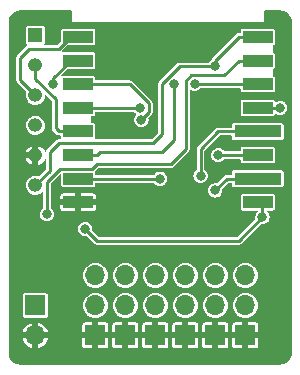
<source format=gbr>
%TF.GenerationSoftware,KiCad,Pcbnew,(6.0.2)*%
%TF.CreationDate,2022-09-28T21:47:15+01:00*%
%TF.ProjectId,m-link-lite,6d2d6c69-6e6b-42d6-9c69-74652e6b6963,rev?*%
%TF.SameCoordinates,Original*%
%TF.FileFunction,Copper,L2,Bot*%
%TF.FilePolarity,Positive*%
%FSLAX46Y46*%
G04 Gerber Fmt 4.6, Leading zero omitted, Abs format (unit mm)*
G04 Created by KiCad (PCBNEW (6.0.2)) date 2022-09-28 21:47:15*
%MOMM*%
%LPD*%
G01*
G04 APERTURE LIST*
%TA.AperFunction,ComponentPad*%
%ADD10O,1.700000X1.700000*%
%TD*%
%TA.AperFunction,ComponentPad*%
%ADD11R,1.700000X1.700000*%
%TD*%
%TA.AperFunction,ComponentPad*%
%ADD12R,1.200000X1.200000*%
%TD*%
%TA.AperFunction,ComponentPad*%
%ADD13O,1.200000X1.200000*%
%TD*%
%TA.AperFunction,SMDPad,CuDef*%
%ADD14R,2.500000X1.000000*%
%TD*%
%TA.AperFunction,SMDPad,CuDef*%
%ADD15R,4.000000X1.000000*%
%TD*%
%TA.AperFunction,ViaPad*%
%ADD16C,0.800000*%
%TD*%
%TA.AperFunction,Conductor*%
%ADD17C,0.250000*%
%TD*%
G04 APERTURE END LIST*
D10*
%TO.P,J3,1,Pin_1*%
%TO.N,/CH1*%
X86360000Y-91440000D03*
%TO.P,J3,2,Pin_2*%
%TO.N,+5V*%
X86360000Y-93980000D03*
D11*
%TO.P,J3,3,Pin_3*%
%TO.N,GND*%
X86360000Y-96520000D03*
D10*
%TO.P,J3,4,Pin_4*%
%TO.N,/CH2*%
X88900000Y-91440000D03*
%TO.P,J3,5,Pin_5*%
%TO.N,+5V*%
X88900000Y-93980000D03*
D11*
%TO.P,J3,6,Pin_6*%
%TO.N,GND*%
X88900000Y-96520000D03*
D10*
%TO.P,J3,7,Pin_7*%
%TO.N,/CH3*%
X91440000Y-91440000D03*
%TO.P,J3,8,Pin_8*%
%TO.N,+5V*%
X91440000Y-93980000D03*
D11*
%TO.P,J3,9,Pin_9*%
%TO.N,GND*%
X91440000Y-96520000D03*
D10*
%TO.P,J3,10,Pin_10*%
%TO.N,/CH4*%
X93980000Y-91440000D03*
%TO.P,J3,11,Pin_11*%
%TO.N,+5V*%
X93980000Y-93980000D03*
D11*
%TO.P,J3,12,Pin_12*%
%TO.N,GND*%
X93980000Y-96520000D03*
D10*
%TO.P,J3,13,Pin_13*%
%TO.N,/CH5*%
X96520000Y-91440000D03*
%TO.P,J3,14,Pin_14*%
%TO.N,+5V*%
X96520000Y-93980000D03*
D11*
%TO.P,J3,15,Pin_15*%
%TO.N,GND*%
X96520000Y-96520000D03*
D10*
%TO.P,J3,16,Pin_16*%
%TO.N,/CH6*%
X99060000Y-91440000D03*
%TO.P,J3,17,Pin_17*%
%TO.N,+5V*%
X99060000Y-93980000D03*
D11*
%TO.P,J3,18,Pin_18*%
%TO.N,GND*%
X99060000Y-96520000D03*
%TD*%
D12*
%TO.P,J2,1,Pin_1*%
%TO.N,+3V3*%
X81280000Y-71120000D03*
D13*
%TO.P,J2,2,Pin_2*%
%TO.N,/DTR*%
X81280000Y-73660000D03*
%TO.P,J2,3,Pin_3*%
%TO.N,/RX*%
X81280000Y-76200000D03*
%TO.P,J2,4,Pin_4*%
%TO.N,/TX*%
X81280000Y-78740000D03*
%TO.P,J2,5,Pin_5*%
%TO.N,GND*%
X81280000Y-81280000D03*
%TO.P,J2,6,Pin_6*%
%TO.N,/RESET*%
X81280000Y-83820000D03*
%TD*%
D11*
%TO.P,J1,1,Pin_1*%
%TO.N,/SENSE*%
X81280000Y-93980000D03*
D10*
%TO.P,J1,2,Pin_2*%
%TO.N,GND*%
X81280000Y-96520000D03*
%TD*%
D14*
%TO.P,U4,1,~{RST}*%
%TO.N,/RESET*%
X100100000Y-71250000D03*
%TO.P,U4,2,ADC*%
%TO.N,/ADC*%
X100100000Y-73250000D03*
%TO.P,U4,3,EN*%
%TO.N,/EN*%
X100100000Y-75250000D03*
%TO.P,U4,4,GPIO16*%
%TO.N,/LED1*%
X100100000Y-77250000D03*
D15*
%TO.P,U4,5,GPIO14*%
%TO.N,/CH5_LV*%
X100100000Y-79250000D03*
D14*
%TO.P,U4,6,GPIO12*%
%TO.N,/CH3_LV*%
X100100000Y-81250000D03*
D15*
%TO.P,U4,7,GPIO13*%
%TO.N,/CH6_LV*%
X100100000Y-83250000D03*
D14*
%TO.P,U4,8,VCC*%
%TO.N,+3V3*%
X100100000Y-85250000D03*
%TO.P,U4,15,GND*%
%TO.N,GND*%
X84900000Y-85250000D03*
%TO.P,U4,16,GPIO15*%
%TO.N,/CH4_LV*%
X84900000Y-83250000D03*
%TO.P,U4,17,GPIO2*%
%TO.N,/OE*%
X84900000Y-81250000D03*
%TO.P,U4,18,GPIO0*%
%TO.N,/DTR*%
X84900000Y-79250000D03*
%TO.P,U4,19,GPIO4*%
%TO.N,/CH1_LV*%
X84900000Y-77250000D03*
%TO.P,U4,20,GPIO5*%
%TO.N,/CH2_LV*%
X84900000Y-75250000D03*
%TO.P,U4,21,GPIO3/RXD*%
%TO.N,/TX*%
X84900000Y-73250000D03*
%TO.P,U4,22,GPIO1/TXD*%
%TO.N,/RX*%
X84900000Y-71250000D03*
%TD*%
D16*
%TO.N,GND*%
X85250000Y-92750000D03*
X102500000Y-86500000D03*
X80500000Y-87750000D03*
X81000000Y-85250000D03*
X91250000Y-74500000D03*
X79750000Y-79000000D03*
X87500000Y-89250000D03*
X89750000Y-89250000D03*
X79500000Y-86500000D03*
X83000000Y-90250000D03*
X101500000Y-96500000D03*
X80100000Y-69600000D03*
X96750000Y-78500000D03*
X88250000Y-78250000D03*
X93000000Y-89250000D03*
X79500000Y-96500000D03*
X97500000Y-89500000D03*
X88250000Y-79250000D03*
X90250000Y-79500000D03*
X102500000Y-84500000D03*
X87750000Y-73250000D03*
X87000000Y-70750000D03*
X95200000Y-76900000D03*
X102500000Y-82000000D03*
X79500000Y-91750000D03*
X102500000Y-80500000D03*
X79750000Y-84000000D03*
X102500000Y-69900000D03*
X89250000Y-87500000D03*
X101500000Y-94000000D03*
X83649960Y-69600000D03*
X95250000Y-89400000D03*
X89500000Y-74500000D03*
X96800000Y-76900000D03*
X95250000Y-78500000D03*
X91250000Y-76000000D03*
X84000000Y-98000000D03*
X83000000Y-93250000D03*
X93500000Y-87500000D03*
X79750000Y-76750000D03*
X83980000Y-96520000D03*
X79750000Y-81500000D03*
X101500000Y-91500000D03*
X79500000Y-89250000D03*
X81250000Y-98500000D03*
X84000000Y-95000000D03*
X97900000Y-70400000D03*
X101500000Y-89000000D03*
%TO.N,/TX*%
X82750000Y-75250000D03*
%TO.N,/RESET*%
X96500000Y-73750000D03*
%TO.N,/ADC*%
X82250000Y-86250000D03*
%TO.N,/EN*%
X94750000Y-75250000D03*
%TO.N,/CH6_LV*%
X96500000Y-84250000D03*
%TO.N,/OE*%
X93012299Y-75262299D03*
%TO.N,/LED1*%
X102000000Y-77250000D03*
%TO.N,/CH1_LV*%
X90145500Y-77250000D03*
%TO.N,/CH2_LV*%
X90250000Y-78250000D03*
%TO.N,/CH3_LV*%
X96750000Y-81250000D03*
%TO.N,/CH4_LV*%
X91825460Y-83250000D03*
%TO.N,/CH5_LV*%
X95262299Y-83012299D03*
%TO.N,+3V3*%
X85500000Y-87500000D03*
X100500000Y-86500000D03*
%TD*%
D17*
%TO.N,/DTR*%
X83000000Y-76524614D02*
X83000000Y-79000000D01*
X83000000Y-79000000D02*
X83250000Y-79250000D01*
X83250000Y-79250000D02*
X84900000Y-79250000D01*
X81280000Y-73660000D02*
X81280000Y-74804614D01*
X81280000Y-74804614D02*
X83000000Y-76524614D01*
%TO.N,/RX*%
X81280000Y-76200000D02*
X80000000Y-74920000D01*
X80750000Y-72250000D02*
X83250000Y-72250000D01*
X80000000Y-74920000D02*
X80000000Y-73000000D01*
X83250000Y-72250000D02*
X84250000Y-71250000D01*
X80000000Y-73000000D02*
X80750000Y-72250000D01*
X84250000Y-71250000D02*
X84900000Y-71250000D01*
%TO.N,/TX*%
X84900000Y-73250000D02*
X84250000Y-73250000D01*
X84900000Y-73250000D02*
X84150000Y-73250000D01*
X82750000Y-75250000D02*
X82750000Y-74750000D01*
X84250000Y-73250000D02*
X82750000Y-74750000D01*
%TO.N,/RESET*%
X93500000Y-73750000D02*
X92000000Y-75250000D01*
X83250000Y-80250000D02*
X91250000Y-80250000D01*
X96500000Y-73750000D02*
X93500000Y-73750000D01*
X82500000Y-82600000D02*
X82500000Y-81000000D01*
X92000000Y-79500000D02*
X92000000Y-75250000D01*
X91250000Y-80250000D02*
X92000000Y-79500000D01*
X100100000Y-71250000D02*
X98500000Y-71250000D01*
X98500000Y-71250000D02*
X96500000Y-73250000D01*
X82500000Y-81000000D02*
X83250000Y-80250000D01*
X96500000Y-73250000D02*
X96500000Y-73750000D01*
X81280000Y-83820000D02*
X82500000Y-82600000D01*
%TO.N,/ADC*%
X86074511Y-82425489D02*
X83325489Y-82425489D01*
X82250000Y-83500000D02*
X82250000Y-86250000D01*
X83325489Y-82425489D02*
X83000000Y-82750978D01*
X86500000Y-82000000D02*
X86074511Y-82425489D01*
X94475386Y-74500000D02*
X94000000Y-74975386D01*
X97250000Y-74500000D02*
X94475386Y-74500000D01*
X92750000Y-82000000D02*
X86500000Y-82000000D01*
X100100000Y-73250000D02*
X98500000Y-73250000D01*
X94000000Y-80750000D02*
X92750000Y-82000000D01*
X82999022Y-82750978D02*
X82250000Y-83500000D01*
X94000000Y-74975386D02*
X94000000Y-80750000D01*
X98500000Y-73250000D02*
X97250000Y-74500000D01*
X83000000Y-82750978D02*
X82999022Y-82750978D01*
%TO.N,/EN*%
X100100000Y-75250000D02*
X94750000Y-75250000D01*
%TO.N,/CH6_LV*%
X100100000Y-83250000D02*
X97500000Y-83250000D01*
X97500000Y-83250000D02*
X96500000Y-84250000D01*
%TO.N,/OE*%
X84900000Y-81250000D02*
X86500000Y-81250000D01*
X92000000Y-81000000D02*
X93012299Y-79987701D01*
X86750000Y-81000000D02*
X92000000Y-81000000D01*
X93012299Y-79987701D02*
X93012299Y-75262299D01*
X86500000Y-81250000D02*
X86750000Y-81000000D01*
%TO.N,/LED1*%
X102000000Y-77250000D02*
X100100000Y-77250000D01*
%TO.N,/CH1_LV*%
X84900000Y-77250000D02*
X90145500Y-77250000D01*
%TO.N,/CH2_LV*%
X90870011Y-77629989D02*
X90250000Y-78250000D01*
X84900000Y-75250000D02*
X89250000Y-75250000D01*
X90870011Y-76870011D02*
X90870011Y-77629989D01*
X89250000Y-75250000D02*
X90870011Y-76870011D01*
%TO.N,/CH3_LV*%
X100100000Y-81250000D02*
X96750000Y-81250000D01*
%TO.N,/CH4_LV*%
X84900000Y-83250000D02*
X91825460Y-83250000D01*
%TO.N,/CH5_LV*%
X100100000Y-79250000D02*
X96750000Y-79250000D01*
X96750000Y-79250000D02*
X95262299Y-80737701D01*
X95262299Y-80737701D02*
X95262299Y-83012299D01*
%TO.N,+3V3*%
X85500000Y-87500000D02*
X86500000Y-88500000D01*
X98500000Y-88500000D02*
X100500000Y-86500000D01*
X100500000Y-86500000D02*
X100500000Y-85650000D01*
X100500000Y-85650000D02*
X100100000Y-85250000D01*
X86500000Y-88500000D02*
X98500000Y-88500000D01*
%TD*%
%TA.AperFunction,Conductor*%
%TO.N,GND*%
G36*
X84361548Y-69028452D02*
G01*
X84380000Y-69073000D01*
X84380000Y-69950000D01*
X100620000Y-69950000D01*
X100620000Y-69073000D01*
X100638452Y-69028452D01*
X100683000Y-69010000D01*
X101997249Y-69010000D01*
X101998100Y-69010037D01*
X102000000Y-69010824D01*
X102001538Y-69010187D01*
X102002740Y-69010240D01*
X102166421Y-69024560D01*
X102177236Y-69026467D01*
X102333277Y-69068278D01*
X102343596Y-69072034D01*
X102345668Y-69073000D01*
X102490005Y-69140306D01*
X102499512Y-69145794D01*
X102631844Y-69238454D01*
X102640257Y-69245513D01*
X102754487Y-69359743D01*
X102761546Y-69368156D01*
X102849013Y-69493071D01*
X102854206Y-69500488D01*
X102859696Y-69509998D01*
X102927966Y-69656404D01*
X102931722Y-69666723D01*
X102973533Y-69822764D01*
X102975440Y-69833579D01*
X102989760Y-69997260D01*
X102989813Y-69998462D01*
X102989176Y-70000000D01*
X102989963Y-70001900D01*
X102990000Y-70002751D01*
X102990000Y-97997249D01*
X102989963Y-97998100D01*
X102989176Y-98000000D01*
X102989813Y-98001538D01*
X102989760Y-98002740D01*
X102975440Y-98166421D01*
X102973533Y-98177236D01*
X102931722Y-98333277D01*
X102927966Y-98343596D01*
X102859696Y-98490002D01*
X102854208Y-98499509D01*
X102787464Y-98594829D01*
X102761546Y-98631844D01*
X102754487Y-98640257D01*
X102640257Y-98754487D01*
X102631844Y-98761546D01*
X102499512Y-98854206D01*
X102490005Y-98859694D01*
X102409655Y-98897162D01*
X102343596Y-98927966D01*
X102333277Y-98931722D01*
X102177236Y-98973533D01*
X102166421Y-98975440D01*
X102002740Y-98989760D01*
X102001538Y-98989813D01*
X102000000Y-98989176D01*
X101998100Y-98989963D01*
X101997249Y-98990000D01*
X80002751Y-98990000D01*
X80001900Y-98989963D01*
X80000000Y-98989176D01*
X79998462Y-98989813D01*
X79997260Y-98989760D01*
X79833579Y-98975440D01*
X79822764Y-98973533D01*
X79666723Y-98931722D01*
X79656404Y-98927966D01*
X79590345Y-98897162D01*
X79509995Y-98859694D01*
X79500488Y-98854206D01*
X79368156Y-98761546D01*
X79359743Y-98754487D01*
X79245513Y-98640257D01*
X79238454Y-98631844D01*
X79212536Y-98594829D01*
X79145792Y-98499509D01*
X79140304Y-98490002D01*
X79072034Y-98343596D01*
X79068278Y-98333277D01*
X79026467Y-98177236D01*
X79024560Y-98166421D01*
X79010240Y-98002740D01*
X79010187Y-98001538D01*
X79010824Y-98000000D01*
X79010037Y-97998100D01*
X79010000Y-97997249D01*
X79010000Y-96781769D01*
X80207352Y-96781769D01*
X80234154Y-96887304D01*
X80236075Y-96892726D01*
X80318605Y-97071746D01*
X80321476Y-97076719D01*
X80435250Y-97237706D01*
X80438983Y-97242077D01*
X80580190Y-97379634D01*
X80584649Y-97383245D01*
X80748562Y-97492769D01*
X80753611Y-97495510D01*
X80934735Y-97573327D01*
X80940195Y-97575101D01*
X81013779Y-97591752D01*
X81023231Y-97590127D01*
X81025962Y-97586263D01*
X81534000Y-97586263D01*
X81537671Y-97595125D01*
X81542134Y-97596974D01*
X81728227Y-97533803D01*
X81733484Y-97531462D01*
X81905466Y-97435147D01*
X81910218Y-97431882D01*
X81958266Y-97391921D01*
X85256001Y-97391921D01*
X85256604Y-97398050D01*
X85269526Y-97463020D01*
X85274185Y-97474266D01*
X85323429Y-97547965D01*
X85332035Y-97556571D01*
X85405737Y-97605817D01*
X85416977Y-97610473D01*
X85481951Y-97623397D01*
X85488077Y-97624000D01*
X86093467Y-97624000D01*
X86102329Y-97620329D01*
X86106000Y-97611467D01*
X86106000Y-97611466D01*
X86614000Y-97611466D01*
X86617671Y-97620328D01*
X86626533Y-97623999D01*
X87231921Y-97623999D01*
X87238050Y-97623396D01*
X87303020Y-97610474D01*
X87314266Y-97605815D01*
X87387965Y-97556571D01*
X87396571Y-97547965D01*
X87445817Y-97474263D01*
X87450473Y-97463023D01*
X87463397Y-97398049D01*
X87464000Y-97391923D01*
X87464000Y-97391921D01*
X87796001Y-97391921D01*
X87796604Y-97398050D01*
X87809526Y-97463020D01*
X87814185Y-97474266D01*
X87863429Y-97547965D01*
X87872035Y-97556571D01*
X87945737Y-97605817D01*
X87956977Y-97610473D01*
X88021951Y-97623397D01*
X88028077Y-97624000D01*
X88633467Y-97624000D01*
X88642329Y-97620329D01*
X88646000Y-97611467D01*
X88646000Y-97611466D01*
X89154000Y-97611466D01*
X89157671Y-97620328D01*
X89166533Y-97623999D01*
X89771921Y-97623999D01*
X89778050Y-97623396D01*
X89843020Y-97610474D01*
X89854266Y-97605815D01*
X89927965Y-97556571D01*
X89936571Y-97547965D01*
X89985817Y-97474263D01*
X89990473Y-97463023D01*
X90003397Y-97398049D01*
X90004000Y-97391923D01*
X90004000Y-97391921D01*
X90336001Y-97391921D01*
X90336604Y-97398050D01*
X90349526Y-97463020D01*
X90354185Y-97474266D01*
X90403429Y-97547965D01*
X90412035Y-97556571D01*
X90485737Y-97605817D01*
X90496977Y-97610473D01*
X90561951Y-97623397D01*
X90568077Y-97624000D01*
X91173467Y-97624000D01*
X91182329Y-97620329D01*
X91186000Y-97611467D01*
X91186000Y-97611466D01*
X91694000Y-97611466D01*
X91697671Y-97620328D01*
X91706533Y-97623999D01*
X92311921Y-97623999D01*
X92318050Y-97623396D01*
X92383020Y-97610474D01*
X92394266Y-97605815D01*
X92467965Y-97556571D01*
X92476571Y-97547965D01*
X92525817Y-97474263D01*
X92530473Y-97463023D01*
X92543397Y-97398049D01*
X92544000Y-97391923D01*
X92544000Y-97391921D01*
X92876001Y-97391921D01*
X92876604Y-97398050D01*
X92889526Y-97463020D01*
X92894185Y-97474266D01*
X92943429Y-97547965D01*
X92952035Y-97556571D01*
X93025737Y-97605817D01*
X93036977Y-97610473D01*
X93101951Y-97623397D01*
X93108077Y-97624000D01*
X93713467Y-97624000D01*
X93722329Y-97620329D01*
X93726000Y-97611467D01*
X93726000Y-97611466D01*
X94234000Y-97611466D01*
X94237671Y-97620328D01*
X94246533Y-97623999D01*
X94851921Y-97623999D01*
X94858050Y-97623396D01*
X94923020Y-97610474D01*
X94934266Y-97605815D01*
X95007965Y-97556571D01*
X95016571Y-97547965D01*
X95065817Y-97474263D01*
X95070473Y-97463023D01*
X95083397Y-97398049D01*
X95084000Y-97391923D01*
X95084000Y-97391921D01*
X95416001Y-97391921D01*
X95416604Y-97398050D01*
X95429526Y-97463020D01*
X95434185Y-97474266D01*
X95483429Y-97547965D01*
X95492035Y-97556571D01*
X95565737Y-97605817D01*
X95576977Y-97610473D01*
X95641951Y-97623397D01*
X95648077Y-97624000D01*
X96253467Y-97624000D01*
X96262329Y-97620329D01*
X96266000Y-97611467D01*
X96266000Y-97611466D01*
X96774000Y-97611466D01*
X96777671Y-97620328D01*
X96786533Y-97623999D01*
X97391921Y-97623999D01*
X97398050Y-97623396D01*
X97463020Y-97610474D01*
X97474266Y-97605815D01*
X97547965Y-97556571D01*
X97556571Y-97547965D01*
X97605817Y-97474263D01*
X97610473Y-97463023D01*
X97623397Y-97398049D01*
X97624000Y-97391923D01*
X97624000Y-97391921D01*
X97956001Y-97391921D01*
X97956604Y-97398050D01*
X97969526Y-97463020D01*
X97974185Y-97474266D01*
X98023429Y-97547965D01*
X98032035Y-97556571D01*
X98105737Y-97605817D01*
X98116977Y-97610473D01*
X98181951Y-97623397D01*
X98188077Y-97624000D01*
X98793467Y-97624000D01*
X98802329Y-97620329D01*
X98806000Y-97611467D01*
X98806000Y-97611466D01*
X99314000Y-97611466D01*
X99317671Y-97620328D01*
X99326533Y-97623999D01*
X99931921Y-97623999D01*
X99938050Y-97623396D01*
X100003020Y-97610474D01*
X100014266Y-97605815D01*
X100087965Y-97556571D01*
X100096571Y-97547965D01*
X100145817Y-97474263D01*
X100150473Y-97463023D01*
X100163397Y-97398049D01*
X100164000Y-97391923D01*
X100164000Y-96786533D01*
X100160329Y-96777671D01*
X100151467Y-96774000D01*
X99326533Y-96774000D01*
X99317671Y-96777671D01*
X99314000Y-96786533D01*
X99314000Y-97611466D01*
X98806000Y-97611466D01*
X98806000Y-96786533D01*
X98802329Y-96777671D01*
X98793467Y-96774000D01*
X97968534Y-96774000D01*
X97959672Y-96777671D01*
X97956001Y-96786533D01*
X97956001Y-97391921D01*
X97624000Y-97391921D01*
X97624000Y-96786533D01*
X97620329Y-96777671D01*
X97611467Y-96774000D01*
X96786533Y-96774000D01*
X96777671Y-96777671D01*
X96774000Y-96786533D01*
X96774000Y-97611466D01*
X96266000Y-97611466D01*
X96266000Y-96786533D01*
X96262329Y-96777671D01*
X96253467Y-96774000D01*
X95428534Y-96774000D01*
X95419672Y-96777671D01*
X95416001Y-96786533D01*
X95416001Y-97391921D01*
X95084000Y-97391921D01*
X95084000Y-96786533D01*
X95080329Y-96777671D01*
X95071467Y-96774000D01*
X94246533Y-96774000D01*
X94237671Y-96777671D01*
X94234000Y-96786533D01*
X94234000Y-97611466D01*
X93726000Y-97611466D01*
X93726000Y-96786533D01*
X93722329Y-96777671D01*
X93713467Y-96774000D01*
X92888534Y-96774000D01*
X92879672Y-96777671D01*
X92876001Y-96786533D01*
X92876001Y-97391921D01*
X92544000Y-97391921D01*
X92544000Y-96786533D01*
X92540329Y-96777671D01*
X92531467Y-96774000D01*
X91706533Y-96774000D01*
X91697671Y-96777671D01*
X91694000Y-96786533D01*
X91694000Y-97611466D01*
X91186000Y-97611466D01*
X91186000Y-96786533D01*
X91182329Y-96777671D01*
X91173467Y-96774000D01*
X90348534Y-96774000D01*
X90339672Y-96777671D01*
X90336001Y-96786533D01*
X90336001Y-97391921D01*
X90004000Y-97391921D01*
X90004000Y-96786533D01*
X90000329Y-96777671D01*
X89991467Y-96774000D01*
X89166533Y-96774000D01*
X89157671Y-96777671D01*
X89154000Y-96786533D01*
X89154000Y-97611466D01*
X88646000Y-97611466D01*
X88646000Y-96786533D01*
X88642329Y-96777671D01*
X88633467Y-96774000D01*
X87808534Y-96774000D01*
X87799672Y-96777671D01*
X87796001Y-96786533D01*
X87796001Y-97391921D01*
X87464000Y-97391921D01*
X87464000Y-96786533D01*
X87460329Y-96777671D01*
X87451467Y-96774000D01*
X86626533Y-96774000D01*
X86617671Y-96777671D01*
X86614000Y-96786533D01*
X86614000Y-97611466D01*
X86106000Y-97611466D01*
X86106000Y-96786533D01*
X86102329Y-96777671D01*
X86093467Y-96774000D01*
X85268534Y-96774000D01*
X85259672Y-96777671D01*
X85256001Y-96786533D01*
X85256001Y-97391921D01*
X81958266Y-97391921D01*
X82061763Y-97305844D01*
X82065844Y-97301763D01*
X82191882Y-97150218D01*
X82195147Y-97145466D01*
X82291462Y-96973484D01*
X82293803Y-96968227D01*
X82356367Y-96783920D01*
X82354637Y-96777105D01*
X82349417Y-96774000D01*
X81546533Y-96774000D01*
X81537671Y-96777671D01*
X81534000Y-96786533D01*
X81534000Y-97586263D01*
X81025962Y-97586263D01*
X81026000Y-97586209D01*
X81026000Y-96786533D01*
X81022329Y-96777671D01*
X81013467Y-96774000D01*
X80217912Y-96774000D01*
X80209050Y-96777671D01*
X80207352Y-96781769D01*
X79010000Y-96781769D01*
X79010000Y-96254031D01*
X80206506Y-96254031D01*
X80207383Y-96263584D01*
X80210288Y-96266000D01*
X81013467Y-96266000D01*
X81022329Y-96262329D01*
X81026000Y-96253467D01*
X81534000Y-96253467D01*
X81537671Y-96262329D01*
X81546533Y-96266000D01*
X82342980Y-96266000D01*
X82351842Y-96262329D01*
X82353410Y-96258544D01*
X82351978Y-96253467D01*
X85256000Y-96253467D01*
X85259671Y-96262329D01*
X85268533Y-96266000D01*
X86093467Y-96266000D01*
X86102329Y-96262329D01*
X86106000Y-96253467D01*
X86614000Y-96253467D01*
X86617671Y-96262329D01*
X86626533Y-96266000D01*
X87451466Y-96266000D01*
X87460328Y-96262329D01*
X87463999Y-96253467D01*
X87796000Y-96253467D01*
X87799671Y-96262329D01*
X87808533Y-96266000D01*
X88633467Y-96266000D01*
X88642329Y-96262329D01*
X88646000Y-96253467D01*
X89154000Y-96253467D01*
X89157671Y-96262329D01*
X89166533Y-96266000D01*
X89991466Y-96266000D01*
X90000328Y-96262329D01*
X90003999Y-96253467D01*
X90336000Y-96253467D01*
X90339671Y-96262329D01*
X90348533Y-96266000D01*
X91173467Y-96266000D01*
X91182329Y-96262329D01*
X91186000Y-96253467D01*
X91694000Y-96253467D01*
X91697671Y-96262329D01*
X91706533Y-96266000D01*
X92531466Y-96266000D01*
X92540328Y-96262329D01*
X92543999Y-96253467D01*
X92876000Y-96253467D01*
X92879671Y-96262329D01*
X92888533Y-96266000D01*
X93713467Y-96266000D01*
X93722329Y-96262329D01*
X93726000Y-96253467D01*
X94234000Y-96253467D01*
X94237671Y-96262329D01*
X94246533Y-96266000D01*
X95071466Y-96266000D01*
X95080328Y-96262329D01*
X95083999Y-96253467D01*
X95416000Y-96253467D01*
X95419671Y-96262329D01*
X95428533Y-96266000D01*
X96253467Y-96266000D01*
X96262329Y-96262329D01*
X96266000Y-96253467D01*
X96774000Y-96253467D01*
X96777671Y-96262329D01*
X96786533Y-96266000D01*
X97611466Y-96266000D01*
X97620328Y-96262329D01*
X97623999Y-96253467D01*
X97956000Y-96253467D01*
X97959671Y-96262329D01*
X97968533Y-96266000D01*
X98793467Y-96266000D01*
X98802329Y-96262329D01*
X98806000Y-96253467D01*
X99314000Y-96253467D01*
X99317671Y-96262329D01*
X99326533Y-96266000D01*
X100151466Y-96266000D01*
X100160328Y-96262329D01*
X100163999Y-96253467D01*
X100163999Y-95648079D01*
X100163396Y-95641950D01*
X100150474Y-95576980D01*
X100145815Y-95565734D01*
X100096571Y-95492035D01*
X100087965Y-95483429D01*
X100014263Y-95434183D01*
X100003023Y-95429527D01*
X99938049Y-95416603D01*
X99931923Y-95416000D01*
X99326533Y-95416000D01*
X99317671Y-95419671D01*
X99314000Y-95428533D01*
X99314000Y-96253467D01*
X98806000Y-96253467D01*
X98806000Y-95428534D01*
X98802329Y-95419672D01*
X98793467Y-95416001D01*
X98188079Y-95416001D01*
X98181950Y-95416604D01*
X98116980Y-95429526D01*
X98105734Y-95434185D01*
X98032035Y-95483429D01*
X98023429Y-95492035D01*
X97974183Y-95565737D01*
X97969527Y-95576977D01*
X97956603Y-95641951D01*
X97956000Y-95648077D01*
X97956000Y-96253467D01*
X97623999Y-96253467D01*
X97623999Y-95648079D01*
X97623396Y-95641950D01*
X97610474Y-95576980D01*
X97605815Y-95565734D01*
X97556571Y-95492035D01*
X97547965Y-95483429D01*
X97474263Y-95434183D01*
X97463023Y-95429527D01*
X97398049Y-95416603D01*
X97391923Y-95416000D01*
X96786533Y-95416000D01*
X96777671Y-95419671D01*
X96774000Y-95428533D01*
X96774000Y-96253467D01*
X96266000Y-96253467D01*
X96266000Y-95428534D01*
X96262329Y-95419672D01*
X96253467Y-95416001D01*
X95648079Y-95416001D01*
X95641950Y-95416604D01*
X95576980Y-95429526D01*
X95565734Y-95434185D01*
X95492035Y-95483429D01*
X95483429Y-95492035D01*
X95434183Y-95565737D01*
X95429527Y-95576977D01*
X95416603Y-95641951D01*
X95416000Y-95648077D01*
X95416000Y-96253467D01*
X95083999Y-96253467D01*
X95083999Y-95648079D01*
X95083396Y-95641950D01*
X95070474Y-95576980D01*
X95065815Y-95565734D01*
X95016571Y-95492035D01*
X95007965Y-95483429D01*
X94934263Y-95434183D01*
X94923023Y-95429527D01*
X94858049Y-95416603D01*
X94851923Y-95416000D01*
X94246533Y-95416000D01*
X94237671Y-95419671D01*
X94234000Y-95428533D01*
X94234000Y-96253467D01*
X93726000Y-96253467D01*
X93726000Y-95428534D01*
X93722329Y-95419672D01*
X93713467Y-95416001D01*
X93108079Y-95416001D01*
X93101950Y-95416604D01*
X93036980Y-95429526D01*
X93025734Y-95434185D01*
X92952035Y-95483429D01*
X92943429Y-95492035D01*
X92894183Y-95565737D01*
X92889527Y-95576977D01*
X92876603Y-95641951D01*
X92876000Y-95648077D01*
X92876000Y-96253467D01*
X92543999Y-96253467D01*
X92543999Y-95648079D01*
X92543396Y-95641950D01*
X92530474Y-95576980D01*
X92525815Y-95565734D01*
X92476571Y-95492035D01*
X92467965Y-95483429D01*
X92394263Y-95434183D01*
X92383023Y-95429527D01*
X92318049Y-95416603D01*
X92311923Y-95416000D01*
X91706533Y-95416000D01*
X91697671Y-95419671D01*
X91694000Y-95428533D01*
X91694000Y-96253467D01*
X91186000Y-96253467D01*
X91186000Y-95428534D01*
X91182329Y-95419672D01*
X91173467Y-95416001D01*
X90568079Y-95416001D01*
X90561950Y-95416604D01*
X90496980Y-95429526D01*
X90485734Y-95434185D01*
X90412035Y-95483429D01*
X90403429Y-95492035D01*
X90354183Y-95565737D01*
X90349527Y-95576977D01*
X90336603Y-95641951D01*
X90336000Y-95648077D01*
X90336000Y-96253467D01*
X90003999Y-96253467D01*
X90003999Y-95648079D01*
X90003396Y-95641950D01*
X89990474Y-95576980D01*
X89985815Y-95565734D01*
X89936571Y-95492035D01*
X89927965Y-95483429D01*
X89854263Y-95434183D01*
X89843023Y-95429527D01*
X89778049Y-95416603D01*
X89771923Y-95416000D01*
X89166533Y-95416000D01*
X89157671Y-95419671D01*
X89154000Y-95428533D01*
X89154000Y-96253467D01*
X88646000Y-96253467D01*
X88646000Y-95428534D01*
X88642329Y-95419672D01*
X88633467Y-95416001D01*
X88028079Y-95416001D01*
X88021950Y-95416604D01*
X87956980Y-95429526D01*
X87945734Y-95434185D01*
X87872035Y-95483429D01*
X87863429Y-95492035D01*
X87814183Y-95565737D01*
X87809527Y-95576977D01*
X87796603Y-95641951D01*
X87796000Y-95648077D01*
X87796000Y-96253467D01*
X87463999Y-96253467D01*
X87463999Y-95648079D01*
X87463396Y-95641950D01*
X87450474Y-95576980D01*
X87445815Y-95565734D01*
X87396571Y-95492035D01*
X87387965Y-95483429D01*
X87314263Y-95434183D01*
X87303023Y-95429527D01*
X87238049Y-95416603D01*
X87231923Y-95416000D01*
X86626533Y-95416000D01*
X86617671Y-95419671D01*
X86614000Y-95428533D01*
X86614000Y-96253467D01*
X86106000Y-96253467D01*
X86106000Y-95428534D01*
X86102329Y-95419672D01*
X86093467Y-95416001D01*
X85488079Y-95416001D01*
X85481950Y-95416604D01*
X85416980Y-95429526D01*
X85405734Y-95434185D01*
X85332035Y-95483429D01*
X85323429Y-95492035D01*
X85274183Y-95565737D01*
X85269527Y-95576977D01*
X85256603Y-95641951D01*
X85256000Y-95648077D01*
X85256000Y-96253467D01*
X82351978Y-96253467D01*
X82315873Y-96125445D01*
X82313811Y-96120076D01*
X82226625Y-95943279D01*
X82223622Y-95938379D01*
X82105671Y-95780424D01*
X82101830Y-95776159D01*
X81957075Y-95642348D01*
X81952508Y-95638843D01*
X81785793Y-95533654D01*
X81780672Y-95531044D01*
X81597578Y-95457998D01*
X81592062Y-95456364D01*
X81546292Y-95447260D01*
X81536883Y-95449131D01*
X81534000Y-95453447D01*
X81534000Y-96253467D01*
X81026000Y-96253467D01*
X81026000Y-95455918D01*
X81022329Y-95447056D01*
X81017142Y-95444907D01*
X80995889Y-95448559D01*
X80990326Y-95450050D01*
X80805390Y-95518277D01*
X80800199Y-95520752D01*
X80630783Y-95621545D01*
X80626136Y-95624921D01*
X80477927Y-95754897D01*
X80473968Y-95759069D01*
X80351932Y-95913870D01*
X80348794Y-95918703D01*
X80257013Y-96093148D01*
X80254809Y-96098469D01*
X80206506Y-96254031D01*
X79010000Y-96254031D01*
X79010000Y-94849748D01*
X80229500Y-94849748D01*
X80241133Y-94908231D01*
X80244580Y-94913390D01*
X80244581Y-94913392D01*
X80266232Y-94945794D01*
X80285448Y-94974552D01*
X80290611Y-94978002D01*
X80346608Y-95015419D01*
X80346610Y-95015420D01*
X80351769Y-95018867D01*
X80357855Y-95020078D01*
X80357856Y-95020078D01*
X80372930Y-95023076D01*
X80410252Y-95030500D01*
X82149748Y-95030500D01*
X82187070Y-95023076D01*
X82202144Y-95020078D01*
X82202145Y-95020078D01*
X82208231Y-95018867D01*
X82213390Y-95015420D01*
X82213392Y-95015419D01*
X82269389Y-94978002D01*
X82274552Y-94974552D01*
X82293768Y-94945794D01*
X82315419Y-94913392D01*
X82315420Y-94913390D01*
X82318867Y-94908231D01*
X82330500Y-94849748D01*
X82330500Y-93965262D01*
X85304520Y-93965262D01*
X85321759Y-94170553D01*
X85378544Y-94368586D01*
X85472712Y-94551818D01*
X85474624Y-94554230D01*
X85474627Y-94554235D01*
X85582806Y-94690723D01*
X85600677Y-94713270D01*
X85603021Y-94715265D01*
X85603022Y-94715266D01*
X85661820Y-94765307D01*
X85757564Y-94846791D01*
X85803828Y-94872647D01*
X85934708Y-94945794D01*
X85934711Y-94945795D01*
X85937398Y-94947297D01*
X86005390Y-94969389D01*
X86130398Y-95010007D01*
X86130401Y-95010008D01*
X86133329Y-95010959D01*
X86136390Y-95011324D01*
X86334837Y-95034987D01*
X86334842Y-95034987D01*
X86337894Y-95035351D01*
X86340962Y-95035115D01*
X86340966Y-95035115D01*
X86540225Y-95019783D01*
X86540229Y-95019782D01*
X86543300Y-95019546D01*
X86546268Y-95018717D01*
X86546270Y-95018717D01*
X86642512Y-94991846D01*
X86741725Y-94964145D01*
X86925610Y-94871258D01*
X86949259Y-94852782D01*
X87085525Y-94746319D01*
X87087951Y-94744424D01*
X87222564Y-94588472D01*
X87324323Y-94409344D01*
X87336970Y-94371327D01*
X87388380Y-94216783D01*
X87388381Y-94216780D01*
X87389351Y-94213863D01*
X87415171Y-94009474D01*
X87415583Y-93980000D01*
X87414138Y-93965262D01*
X87844520Y-93965262D01*
X87861759Y-94170553D01*
X87918544Y-94368586D01*
X88012712Y-94551818D01*
X88014624Y-94554230D01*
X88014627Y-94554235D01*
X88122806Y-94690723D01*
X88140677Y-94713270D01*
X88143021Y-94715265D01*
X88143022Y-94715266D01*
X88201820Y-94765307D01*
X88297564Y-94846791D01*
X88343828Y-94872647D01*
X88474708Y-94945794D01*
X88474711Y-94945795D01*
X88477398Y-94947297D01*
X88545390Y-94969389D01*
X88670398Y-95010007D01*
X88670401Y-95010008D01*
X88673329Y-95010959D01*
X88676390Y-95011324D01*
X88874837Y-95034987D01*
X88874842Y-95034987D01*
X88877894Y-95035351D01*
X88880962Y-95035115D01*
X88880966Y-95035115D01*
X89080225Y-95019783D01*
X89080229Y-95019782D01*
X89083300Y-95019546D01*
X89086268Y-95018717D01*
X89086270Y-95018717D01*
X89182512Y-94991846D01*
X89281725Y-94964145D01*
X89465610Y-94871258D01*
X89489259Y-94852782D01*
X89625525Y-94746319D01*
X89627951Y-94744424D01*
X89762564Y-94588472D01*
X89864323Y-94409344D01*
X89876970Y-94371327D01*
X89928380Y-94216783D01*
X89928381Y-94216780D01*
X89929351Y-94213863D01*
X89955171Y-94009474D01*
X89955583Y-93980000D01*
X89954138Y-93965262D01*
X90384520Y-93965262D01*
X90401759Y-94170553D01*
X90458544Y-94368586D01*
X90552712Y-94551818D01*
X90554624Y-94554230D01*
X90554627Y-94554235D01*
X90662806Y-94690723D01*
X90680677Y-94713270D01*
X90683021Y-94715265D01*
X90683022Y-94715266D01*
X90741820Y-94765307D01*
X90837564Y-94846791D01*
X90883828Y-94872647D01*
X91014708Y-94945794D01*
X91014711Y-94945795D01*
X91017398Y-94947297D01*
X91085390Y-94969389D01*
X91210398Y-95010007D01*
X91210401Y-95010008D01*
X91213329Y-95010959D01*
X91216390Y-95011324D01*
X91414837Y-95034987D01*
X91414842Y-95034987D01*
X91417894Y-95035351D01*
X91420962Y-95035115D01*
X91420966Y-95035115D01*
X91620225Y-95019783D01*
X91620229Y-95019782D01*
X91623300Y-95019546D01*
X91626268Y-95018717D01*
X91626270Y-95018717D01*
X91722512Y-94991846D01*
X91821725Y-94964145D01*
X92005610Y-94871258D01*
X92029259Y-94852782D01*
X92165525Y-94746319D01*
X92167951Y-94744424D01*
X92302564Y-94588472D01*
X92404323Y-94409344D01*
X92416970Y-94371327D01*
X92468380Y-94216783D01*
X92468381Y-94216780D01*
X92469351Y-94213863D01*
X92495171Y-94009474D01*
X92495583Y-93980000D01*
X92494138Y-93965262D01*
X92924520Y-93965262D01*
X92941759Y-94170553D01*
X92998544Y-94368586D01*
X93092712Y-94551818D01*
X93094624Y-94554230D01*
X93094627Y-94554235D01*
X93202806Y-94690723D01*
X93220677Y-94713270D01*
X93223021Y-94715265D01*
X93223022Y-94715266D01*
X93281820Y-94765307D01*
X93377564Y-94846791D01*
X93423828Y-94872647D01*
X93554708Y-94945794D01*
X93554711Y-94945795D01*
X93557398Y-94947297D01*
X93625390Y-94969389D01*
X93750398Y-95010007D01*
X93750401Y-95010008D01*
X93753329Y-95010959D01*
X93756390Y-95011324D01*
X93954837Y-95034987D01*
X93954842Y-95034987D01*
X93957894Y-95035351D01*
X93960962Y-95035115D01*
X93960966Y-95035115D01*
X94160225Y-95019783D01*
X94160229Y-95019782D01*
X94163300Y-95019546D01*
X94166268Y-95018717D01*
X94166270Y-95018717D01*
X94262512Y-94991846D01*
X94361725Y-94964145D01*
X94545610Y-94871258D01*
X94569259Y-94852782D01*
X94705525Y-94746319D01*
X94707951Y-94744424D01*
X94842564Y-94588472D01*
X94944323Y-94409344D01*
X94956970Y-94371327D01*
X95008380Y-94216783D01*
X95008381Y-94216780D01*
X95009351Y-94213863D01*
X95035171Y-94009474D01*
X95035583Y-93980000D01*
X95034138Y-93965262D01*
X95464520Y-93965262D01*
X95481759Y-94170553D01*
X95538544Y-94368586D01*
X95632712Y-94551818D01*
X95634624Y-94554230D01*
X95634627Y-94554235D01*
X95742806Y-94690723D01*
X95760677Y-94713270D01*
X95763021Y-94715265D01*
X95763022Y-94715266D01*
X95821820Y-94765307D01*
X95917564Y-94846791D01*
X95963828Y-94872647D01*
X96094708Y-94945794D01*
X96094711Y-94945795D01*
X96097398Y-94947297D01*
X96165390Y-94969389D01*
X96290398Y-95010007D01*
X96290401Y-95010008D01*
X96293329Y-95010959D01*
X96296390Y-95011324D01*
X96494837Y-95034987D01*
X96494842Y-95034987D01*
X96497894Y-95035351D01*
X96500962Y-95035115D01*
X96500966Y-95035115D01*
X96700225Y-95019783D01*
X96700229Y-95019782D01*
X96703300Y-95019546D01*
X96706268Y-95018717D01*
X96706270Y-95018717D01*
X96802512Y-94991846D01*
X96901725Y-94964145D01*
X97085610Y-94871258D01*
X97109259Y-94852782D01*
X97245525Y-94746319D01*
X97247951Y-94744424D01*
X97382564Y-94588472D01*
X97484323Y-94409344D01*
X97496970Y-94371327D01*
X97548380Y-94216783D01*
X97548381Y-94216780D01*
X97549351Y-94213863D01*
X97575171Y-94009474D01*
X97575583Y-93980000D01*
X97574138Y-93965262D01*
X98004520Y-93965262D01*
X98021759Y-94170553D01*
X98078544Y-94368586D01*
X98172712Y-94551818D01*
X98174624Y-94554230D01*
X98174627Y-94554235D01*
X98282806Y-94690723D01*
X98300677Y-94713270D01*
X98303021Y-94715265D01*
X98303022Y-94715266D01*
X98361820Y-94765307D01*
X98457564Y-94846791D01*
X98503828Y-94872647D01*
X98634708Y-94945794D01*
X98634711Y-94945795D01*
X98637398Y-94947297D01*
X98705390Y-94969389D01*
X98830398Y-95010007D01*
X98830401Y-95010008D01*
X98833329Y-95010959D01*
X98836390Y-95011324D01*
X99034837Y-95034987D01*
X99034842Y-95034987D01*
X99037894Y-95035351D01*
X99040962Y-95035115D01*
X99040966Y-95035115D01*
X99240225Y-95019783D01*
X99240229Y-95019782D01*
X99243300Y-95019546D01*
X99246268Y-95018717D01*
X99246270Y-95018717D01*
X99342512Y-94991846D01*
X99441725Y-94964145D01*
X99625610Y-94871258D01*
X99649259Y-94852782D01*
X99785525Y-94746319D01*
X99787951Y-94744424D01*
X99922564Y-94588472D01*
X100024323Y-94409344D01*
X100036970Y-94371327D01*
X100088380Y-94216783D01*
X100088381Y-94216780D01*
X100089351Y-94213863D01*
X100115171Y-94009474D01*
X100115583Y-93980000D01*
X100095480Y-93774970D01*
X100035935Y-93577749D01*
X99939218Y-93395849D01*
X99929253Y-93383630D01*
X99810960Y-93238590D01*
X99809011Y-93236200D01*
X99660504Y-93113344D01*
X99652647Y-93106844D01*
X99652645Y-93106843D01*
X99650275Y-93104882D01*
X99469055Y-93006897D01*
X99466120Y-93005989D01*
X99466119Y-93005988D01*
X99275197Y-92946888D01*
X99272254Y-92945977D01*
X99194147Y-92937768D01*
X99070427Y-92924764D01*
X99070423Y-92924764D01*
X99067369Y-92924443D01*
X98929082Y-92937028D01*
X98865267Y-92942835D01*
X98865265Y-92942835D01*
X98862203Y-92943114D01*
X98664572Y-93001280D01*
X98577868Y-93046608D01*
X98484727Y-93095301D01*
X98484724Y-93095303D01*
X98482002Y-93096726D01*
X98321447Y-93225815D01*
X98189024Y-93383630D01*
X98187539Y-93386331D01*
X98187537Y-93386334D01*
X98180813Y-93398565D01*
X98089776Y-93564162D01*
X98027484Y-93760532D01*
X98004520Y-93965262D01*
X97574138Y-93965262D01*
X97555480Y-93774970D01*
X97495935Y-93577749D01*
X97399218Y-93395849D01*
X97389253Y-93383630D01*
X97270960Y-93238590D01*
X97269011Y-93236200D01*
X97120504Y-93113344D01*
X97112647Y-93106844D01*
X97112645Y-93106843D01*
X97110275Y-93104882D01*
X96929055Y-93006897D01*
X96926120Y-93005989D01*
X96926119Y-93005988D01*
X96735197Y-92946888D01*
X96732254Y-92945977D01*
X96654147Y-92937768D01*
X96530427Y-92924764D01*
X96530423Y-92924764D01*
X96527369Y-92924443D01*
X96389082Y-92937028D01*
X96325267Y-92942835D01*
X96325265Y-92942835D01*
X96322203Y-92943114D01*
X96124572Y-93001280D01*
X96037868Y-93046608D01*
X95944727Y-93095301D01*
X95944724Y-93095303D01*
X95942002Y-93096726D01*
X95781447Y-93225815D01*
X95649024Y-93383630D01*
X95647539Y-93386331D01*
X95647537Y-93386334D01*
X95640813Y-93398565D01*
X95549776Y-93564162D01*
X95487484Y-93760532D01*
X95464520Y-93965262D01*
X95034138Y-93965262D01*
X95015480Y-93774970D01*
X94955935Y-93577749D01*
X94859218Y-93395849D01*
X94849253Y-93383630D01*
X94730960Y-93238590D01*
X94729011Y-93236200D01*
X94580504Y-93113344D01*
X94572647Y-93106844D01*
X94572645Y-93106843D01*
X94570275Y-93104882D01*
X94389055Y-93006897D01*
X94386120Y-93005989D01*
X94386119Y-93005988D01*
X94195197Y-92946888D01*
X94192254Y-92945977D01*
X94114147Y-92937768D01*
X93990427Y-92924764D01*
X93990423Y-92924764D01*
X93987369Y-92924443D01*
X93849082Y-92937028D01*
X93785267Y-92942835D01*
X93785265Y-92942835D01*
X93782203Y-92943114D01*
X93584572Y-93001280D01*
X93497868Y-93046608D01*
X93404727Y-93095301D01*
X93404724Y-93095303D01*
X93402002Y-93096726D01*
X93241447Y-93225815D01*
X93109024Y-93383630D01*
X93107539Y-93386331D01*
X93107537Y-93386334D01*
X93100813Y-93398565D01*
X93009776Y-93564162D01*
X92947484Y-93760532D01*
X92924520Y-93965262D01*
X92494138Y-93965262D01*
X92475480Y-93774970D01*
X92415935Y-93577749D01*
X92319218Y-93395849D01*
X92309253Y-93383630D01*
X92190960Y-93238590D01*
X92189011Y-93236200D01*
X92040504Y-93113344D01*
X92032647Y-93106844D01*
X92032645Y-93106843D01*
X92030275Y-93104882D01*
X91849055Y-93006897D01*
X91846120Y-93005989D01*
X91846119Y-93005988D01*
X91655197Y-92946888D01*
X91652254Y-92945977D01*
X91574147Y-92937768D01*
X91450427Y-92924764D01*
X91450423Y-92924764D01*
X91447369Y-92924443D01*
X91309082Y-92937028D01*
X91245267Y-92942835D01*
X91245265Y-92942835D01*
X91242203Y-92943114D01*
X91044572Y-93001280D01*
X90957868Y-93046608D01*
X90864727Y-93095301D01*
X90864724Y-93095303D01*
X90862002Y-93096726D01*
X90701447Y-93225815D01*
X90569024Y-93383630D01*
X90567539Y-93386331D01*
X90567537Y-93386334D01*
X90560813Y-93398565D01*
X90469776Y-93564162D01*
X90407484Y-93760532D01*
X90384520Y-93965262D01*
X89954138Y-93965262D01*
X89935480Y-93774970D01*
X89875935Y-93577749D01*
X89779218Y-93395849D01*
X89769253Y-93383630D01*
X89650960Y-93238590D01*
X89649011Y-93236200D01*
X89500504Y-93113344D01*
X89492647Y-93106844D01*
X89492645Y-93106843D01*
X89490275Y-93104882D01*
X89309055Y-93006897D01*
X89306120Y-93005989D01*
X89306119Y-93005988D01*
X89115197Y-92946888D01*
X89112254Y-92945977D01*
X89034147Y-92937768D01*
X88910427Y-92924764D01*
X88910423Y-92924764D01*
X88907369Y-92924443D01*
X88769082Y-92937028D01*
X88705267Y-92942835D01*
X88705265Y-92942835D01*
X88702203Y-92943114D01*
X88504572Y-93001280D01*
X88417868Y-93046608D01*
X88324727Y-93095301D01*
X88324724Y-93095303D01*
X88322002Y-93096726D01*
X88161447Y-93225815D01*
X88029024Y-93383630D01*
X88027539Y-93386331D01*
X88027537Y-93386334D01*
X88020813Y-93398565D01*
X87929776Y-93564162D01*
X87867484Y-93760532D01*
X87844520Y-93965262D01*
X87414138Y-93965262D01*
X87395480Y-93774970D01*
X87335935Y-93577749D01*
X87239218Y-93395849D01*
X87229253Y-93383630D01*
X87110960Y-93238590D01*
X87109011Y-93236200D01*
X86960504Y-93113344D01*
X86952647Y-93106844D01*
X86952645Y-93106843D01*
X86950275Y-93104882D01*
X86769055Y-93006897D01*
X86766120Y-93005989D01*
X86766119Y-93005988D01*
X86575197Y-92946888D01*
X86572254Y-92945977D01*
X86494147Y-92937768D01*
X86370427Y-92924764D01*
X86370423Y-92924764D01*
X86367369Y-92924443D01*
X86229082Y-92937028D01*
X86165267Y-92942835D01*
X86165265Y-92942835D01*
X86162203Y-92943114D01*
X85964572Y-93001280D01*
X85877868Y-93046608D01*
X85784727Y-93095301D01*
X85784724Y-93095303D01*
X85782002Y-93096726D01*
X85621447Y-93225815D01*
X85489024Y-93383630D01*
X85487539Y-93386331D01*
X85487537Y-93386334D01*
X85480813Y-93398565D01*
X85389776Y-93564162D01*
X85327484Y-93760532D01*
X85304520Y-93965262D01*
X82330500Y-93965262D01*
X82330500Y-93110252D01*
X82318867Y-93051769D01*
X82315420Y-93046610D01*
X82315419Y-93046608D01*
X82278002Y-92990611D01*
X82274552Y-92985448D01*
X82269389Y-92981998D01*
X82213392Y-92944581D01*
X82213390Y-92944580D01*
X82208231Y-92941133D01*
X82202145Y-92939922D01*
X82202144Y-92939922D01*
X82187070Y-92936924D01*
X82149748Y-92929500D01*
X80410252Y-92929500D01*
X80372930Y-92936924D01*
X80357856Y-92939922D01*
X80357855Y-92939922D01*
X80351769Y-92941133D01*
X80346610Y-92944580D01*
X80346608Y-92944581D01*
X80290611Y-92981998D01*
X80285448Y-92985448D01*
X80281998Y-92990611D01*
X80244581Y-93046608D01*
X80244580Y-93046610D01*
X80241133Y-93051769D01*
X80229500Y-93110252D01*
X80229500Y-94849748D01*
X79010000Y-94849748D01*
X79010000Y-91425262D01*
X85304520Y-91425262D01*
X85321759Y-91630553D01*
X85378544Y-91828586D01*
X85472712Y-92011818D01*
X85474624Y-92014230D01*
X85474627Y-92014235D01*
X85582806Y-92150723D01*
X85600677Y-92173270D01*
X85603021Y-92175265D01*
X85603022Y-92175266D01*
X85661820Y-92225307D01*
X85757564Y-92306791D01*
X85803828Y-92332647D01*
X85934708Y-92405794D01*
X85934711Y-92405795D01*
X85937398Y-92407297D01*
X86038744Y-92440226D01*
X86130398Y-92470007D01*
X86130401Y-92470008D01*
X86133329Y-92470959D01*
X86136390Y-92471324D01*
X86334837Y-92494987D01*
X86334842Y-92494987D01*
X86337894Y-92495351D01*
X86340962Y-92495115D01*
X86340966Y-92495115D01*
X86540225Y-92479783D01*
X86540229Y-92479782D01*
X86543300Y-92479546D01*
X86546268Y-92478717D01*
X86546270Y-92478717D01*
X86642513Y-92451845D01*
X86741725Y-92424145D01*
X86925610Y-92331258D01*
X86955002Y-92308295D01*
X87085525Y-92206319D01*
X87087951Y-92204424D01*
X87222564Y-92048472D01*
X87324323Y-91869344D01*
X87336970Y-91831327D01*
X87388380Y-91676783D01*
X87388381Y-91676780D01*
X87389351Y-91673863D01*
X87415171Y-91469474D01*
X87415583Y-91440000D01*
X87414138Y-91425262D01*
X87844520Y-91425262D01*
X87861759Y-91630553D01*
X87918544Y-91828586D01*
X88012712Y-92011818D01*
X88014624Y-92014230D01*
X88014627Y-92014235D01*
X88122806Y-92150723D01*
X88140677Y-92173270D01*
X88143021Y-92175265D01*
X88143022Y-92175266D01*
X88201820Y-92225307D01*
X88297564Y-92306791D01*
X88343828Y-92332647D01*
X88474708Y-92405794D01*
X88474711Y-92405795D01*
X88477398Y-92407297D01*
X88578744Y-92440226D01*
X88670398Y-92470007D01*
X88670401Y-92470008D01*
X88673329Y-92470959D01*
X88676390Y-92471324D01*
X88874837Y-92494987D01*
X88874842Y-92494987D01*
X88877894Y-92495351D01*
X88880962Y-92495115D01*
X88880966Y-92495115D01*
X89080225Y-92479783D01*
X89080229Y-92479782D01*
X89083300Y-92479546D01*
X89086268Y-92478717D01*
X89086270Y-92478717D01*
X89182513Y-92451845D01*
X89281725Y-92424145D01*
X89465610Y-92331258D01*
X89495002Y-92308295D01*
X89625525Y-92206319D01*
X89627951Y-92204424D01*
X89762564Y-92048472D01*
X89864323Y-91869344D01*
X89876970Y-91831327D01*
X89928380Y-91676783D01*
X89928381Y-91676780D01*
X89929351Y-91673863D01*
X89955171Y-91469474D01*
X89955583Y-91440000D01*
X89954138Y-91425262D01*
X90384520Y-91425262D01*
X90401759Y-91630553D01*
X90458544Y-91828586D01*
X90552712Y-92011818D01*
X90554624Y-92014230D01*
X90554627Y-92014235D01*
X90662806Y-92150723D01*
X90680677Y-92173270D01*
X90683021Y-92175265D01*
X90683022Y-92175266D01*
X90741820Y-92225307D01*
X90837564Y-92306791D01*
X90883828Y-92332647D01*
X91014708Y-92405794D01*
X91014711Y-92405795D01*
X91017398Y-92407297D01*
X91118744Y-92440226D01*
X91210398Y-92470007D01*
X91210401Y-92470008D01*
X91213329Y-92470959D01*
X91216390Y-92471324D01*
X91414837Y-92494987D01*
X91414842Y-92494987D01*
X91417894Y-92495351D01*
X91420962Y-92495115D01*
X91420966Y-92495115D01*
X91620225Y-92479783D01*
X91620229Y-92479782D01*
X91623300Y-92479546D01*
X91626268Y-92478717D01*
X91626270Y-92478717D01*
X91722513Y-92451845D01*
X91821725Y-92424145D01*
X92005610Y-92331258D01*
X92035002Y-92308295D01*
X92165525Y-92206319D01*
X92167951Y-92204424D01*
X92302564Y-92048472D01*
X92404323Y-91869344D01*
X92416970Y-91831327D01*
X92468380Y-91676783D01*
X92468381Y-91676780D01*
X92469351Y-91673863D01*
X92495171Y-91469474D01*
X92495583Y-91440000D01*
X92494138Y-91425262D01*
X92924520Y-91425262D01*
X92941759Y-91630553D01*
X92998544Y-91828586D01*
X93092712Y-92011818D01*
X93094624Y-92014230D01*
X93094627Y-92014235D01*
X93202806Y-92150723D01*
X93220677Y-92173270D01*
X93223021Y-92175265D01*
X93223022Y-92175266D01*
X93281820Y-92225307D01*
X93377564Y-92306791D01*
X93423828Y-92332647D01*
X93554708Y-92405794D01*
X93554711Y-92405795D01*
X93557398Y-92407297D01*
X93658744Y-92440226D01*
X93750398Y-92470007D01*
X93750401Y-92470008D01*
X93753329Y-92470959D01*
X93756390Y-92471324D01*
X93954837Y-92494987D01*
X93954842Y-92494987D01*
X93957894Y-92495351D01*
X93960962Y-92495115D01*
X93960966Y-92495115D01*
X94160225Y-92479783D01*
X94160229Y-92479782D01*
X94163300Y-92479546D01*
X94166268Y-92478717D01*
X94166270Y-92478717D01*
X94262513Y-92451845D01*
X94361725Y-92424145D01*
X94545610Y-92331258D01*
X94575002Y-92308295D01*
X94705525Y-92206319D01*
X94707951Y-92204424D01*
X94842564Y-92048472D01*
X94944323Y-91869344D01*
X94956970Y-91831327D01*
X95008380Y-91676783D01*
X95008381Y-91676780D01*
X95009351Y-91673863D01*
X95035171Y-91469474D01*
X95035583Y-91440000D01*
X95034138Y-91425262D01*
X95464520Y-91425262D01*
X95481759Y-91630553D01*
X95538544Y-91828586D01*
X95632712Y-92011818D01*
X95634624Y-92014230D01*
X95634627Y-92014235D01*
X95742806Y-92150723D01*
X95760677Y-92173270D01*
X95763021Y-92175265D01*
X95763022Y-92175266D01*
X95821820Y-92225307D01*
X95917564Y-92306791D01*
X95963828Y-92332647D01*
X96094708Y-92405794D01*
X96094711Y-92405795D01*
X96097398Y-92407297D01*
X96198744Y-92440226D01*
X96290398Y-92470007D01*
X96290401Y-92470008D01*
X96293329Y-92470959D01*
X96296390Y-92471324D01*
X96494837Y-92494987D01*
X96494842Y-92494987D01*
X96497894Y-92495351D01*
X96500962Y-92495115D01*
X96500966Y-92495115D01*
X96700225Y-92479783D01*
X96700229Y-92479782D01*
X96703300Y-92479546D01*
X96706268Y-92478717D01*
X96706270Y-92478717D01*
X96802513Y-92451845D01*
X96901725Y-92424145D01*
X97085610Y-92331258D01*
X97115002Y-92308295D01*
X97245525Y-92206319D01*
X97247951Y-92204424D01*
X97382564Y-92048472D01*
X97484323Y-91869344D01*
X97496970Y-91831327D01*
X97548380Y-91676783D01*
X97548381Y-91676780D01*
X97549351Y-91673863D01*
X97575171Y-91469474D01*
X97575583Y-91440000D01*
X97574138Y-91425262D01*
X98004520Y-91425262D01*
X98021759Y-91630553D01*
X98078544Y-91828586D01*
X98172712Y-92011818D01*
X98174624Y-92014230D01*
X98174627Y-92014235D01*
X98282806Y-92150723D01*
X98300677Y-92173270D01*
X98303021Y-92175265D01*
X98303022Y-92175266D01*
X98361820Y-92225307D01*
X98457564Y-92306791D01*
X98503828Y-92332647D01*
X98634708Y-92405794D01*
X98634711Y-92405795D01*
X98637398Y-92407297D01*
X98738744Y-92440226D01*
X98830398Y-92470007D01*
X98830401Y-92470008D01*
X98833329Y-92470959D01*
X98836390Y-92471324D01*
X99034837Y-92494987D01*
X99034842Y-92494987D01*
X99037894Y-92495351D01*
X99040962Y-92495115D01*
X99040966Y-92495115D01*
X99240225Y-92479783D01*
X99240229Y-92479782D01*
X99243300Y-92479546D01*
X99246268Y-92478717D01*
X99246270Y-92478717D01*
X99342513Y-92451845D01*
X99441725Y-92424145D01*
X99625610Y-92331258D01*
X99655002Y-92308295D01*
X99785525Y-92206319D01*
X99787951Y-92204424D01*
X99922564Y-92048472D01*
X100024323Y-91869344D01*
X100036970Y-91831327D01*
X100088380Y-91676783D01*
X100088381Y-91676780D01*
X100089351Y-91673863D01*
X100115171Y-91469474D01*
X100115583Y-91440000D01*
X100095480Y-91234970D01*
X100035935Y-91037749D01*
X99939218Y-90855849D01*
X99929253Y-90843630D01*
X99810960Y-90698590D01*
X99809011Y-90696200D01*
X99650275Y-90564882D01*
X99469055Y-90466897D01*
X99466120Y-90465989D01*
X99466119Y-90465988D01*
X99275197Y-90406888D01*
X99272254Y-90405977D01*
X99194147Y-90397768D01*
X99070427Y-90384764D01*
X99070423Y-90384764D01*
X99067369Y-90384443D01*
X98929082Y-90397028D01*
X98865267Y-90402835D01*
X98865265Y-90402835D01*
X98862203Y-90403114D01*
X98664572Y-90461280D01*
X98573287Y-90509003D01*
X98484727Y-90555301D01*
X98484724Y-90555303D01*
X98482002Y-90556726D01*
X98321447Y-90685815D01*
X98189024Y-90843630D01*
X98187539Y-90846331D01*
X98187537Y-90846334D01*
X98180813Y-90858565D01*
X98089776Y-91024162D01*
X98027484Y-91220532D01*
X98004520Y-91425262D01*
X97574138Y-91425262D01*
X97555480Y-91234970D01*
X97495935Y-91037749D01*
X97399218Y-90855849D01*
X97389253Y-90843630D01*
X97270960Y-90698590D01*
X97269011Y-90696200D01*
X97110275Y-90564882D01*
X96929055Y-90466897D01*
X96926120Y-90465989D01*
X96926119Y-90465988D01*
X96735197Y-90406888D01*
X96732254Y-90405977D01*
X96654147Y-90397768D01*
X96530427Y-90384764D01*
X96530423Y-90384764D01*
X96527369Y-90384443D01*
X96389082Y-90397028D01*
X96325267Y-90402835D01*
X96325265Y-90402835D01*
X96322203Y-90403114D01*
X96124572Y-90461280D01*
X96033287Y-90509003D01*
X95944727Y-90555301D01*
X95944724Y-90555303D01*
X95942002Y-90556726D01*
X95781447Y-90685815D01*
X95649024Y-90843630D01*
X95647539Y-90846331D01*
X95647537Y-90846334D01*
X95640813Y-90858565D01*
X95549776Y-91024162D01*
X95487484Y-91220532D01*
X95464520Y-91425262D01*
X95034138Y-91425262D01*
X95015480Y-91234970D01*
X94955935Y-91037749D01*
X94859218Y-90855849D01*
X94849253Y-90843630D01*
X94730960Y-90698590D01*
X94729011Y-90696200D01*
X94570275Y-90564882D01*
X94389055Y-90466897D01*
X94386120Y-90465989D01*
X94386119Y-90465988D01*
X94195197Y-90406888D01*
X94192254Y-90405977D01*
X94114147Y-90397768D01*
X93990427Y-90384764D01*
X93990423Y-90384764D01*
X93987369Y-90384443D01*
X93849082Y-90397028D01*
X93785267Y-90402835D01*
X93785265Y-90402835D01*
X93782203Y-90403114D01*
X93584572Y-90461280D01*
X93493287Y-90509003D01*
X93404727Y-90555301D01*
X93404724Y-90555303D01*
X93402002Y-90556726D01*
X93241447Y-90685815D01*
X93109024Y-90843630D01*
X93107539Y-90846331D01*
X93107537Y-90846334D01*
X93100813Y-90858565D01*
X93009776Y-91024162D01*
X92947484Y-91220532D01*
X92924520Y-91425262D01*
X92494138Y-91425262D01*
X92475480Y-91234970D01*
X92415935Y-91037749D01*
X92319218Y-90855849D01*
X92309253Y-90843630D01*
X92190960Y-90698590D01*
X92189011Y-90696200D01*
X92030275Y-90564882D01*
X91849055Y-90466897D01*
X91846120Y-90465989D01*
X91846119Y-90465988D01*
X91655197Y-90406888D01*
X91652254Y-90405977D01*
X91574147Y-90397768D01*
X91450427Y-90384764D01*
X91450423Y-90384764D01*
X91447369Y-90384443D01*
X91309082Y-90397028D01*
X91245267Y-90402835D01*
X91245265Y-90402835D01*
X91242203Y-90403114D01*
X91044572Y-90461280D01*
X90953287Y-90509003D01*
X90864727Y-90555301D01*
X90864724Y-90555303D01*
X90862002Y-90556726D01*
X90701447Y-90685815D01*
X90569024Y-90843630D01*
X90567539Y-90846331D01*
X90567537Y-90846334D01*
X90560813Y-90858565D01*
X90469776Y-91024162D01*
X90407484Y-91220532D01*
X90384520Y-91425262D01*
X89954138Y-91425262D01*
X89935480Y-91234970D01*
X89875935Y-91037749D01*
X89779218Y-90855849D01*
X89769253Y-90843630D01*
X89650960Y-90698590D01*
X89649011Y-90696200D01*
X89490275Y-90564882D01*
X89309055Y-90466897D01*
X89306120Y-90465989D01*
X89306119Y-90465988D01*
X89115197Y-90406888D01*
X89112254Y-90405977D01*
X89034147Y-90397768D01*
X88910427Y-90384764D01*
X88910423Y-90384764D01*
X88907369Y-90384443D01*
X88769082Y-90397028D01*
X88705267Y-90402835D01*
X88705265Y-90402835D01*
X88702203Y-90403114D01*
X88504572Y-90461280D01*
X88413287Y-90509003D01*
X88324727Y-90555301D01*
X88324724Y-90555303D01*
X88322002Y-90556726D01*
X88161447Y-90685815D01*
X88029024Y-90843630D01*
X88027539Y-90846331D01*
X88027537Y-90846334D01*
X88020813Y-90858565D01*
X87929776Y-91024162D01*
X87867484Y-91220532D01*
X87844520Y-91425262D01*
X87414138Y-91425262D01*
X87395480Y-91234970D01*
X87335935Y-91037749D01*
X87239218Y-90855849D01*
X87229253Y-90843630D01*
X87110960Y-90698590D01*
X87109011Y-90696200D01*
X86950275Y-90564882D01*
X86769055Y-90466897D01*
X86766120Y-90465989D01*
X86766119Y-90465988D01*
X86575197Y-90406888D01*
X86572254Y-90405977D01*
X86494147Y-90397768D01*
X86370427Y-90384764D01*
X86370423Y-90384764D01*
X86367369Y-90384443D01*
X86229082Y-90397028D01*
X86165267Y-90402835D01*
X86165265Y-90402835D01*
X86162203Y-90403114D01*
X85964572Y-90461280D01*
X85873287Y-90509003D01*
X85784727Y-90555301D01*
X85784724Y-90555303D01*
X85782002Y-90556726D01*
X85621447Y-90685815D01*
X85489024Y-90843630D01*
X85487539Y-90846331D01*
X85487537Y-90846334D01*
X85480813Y-90858565D01*
X85389776Y-91024162D01*
X85327484Y-91220532D01*
X85304520Y-91425262D01*
X79010000Y-91425262D01*
X79010000Y-87500000D01*
X84894318Y-87500000D01*
X84914956Y-87656762D01*
X84975464Y-87802841D01*
X84977976Y-87806115D01*
X84977978Y-87806118D01*
X85060066Y-87913097D01*
X85071718Y-87928282D01*
X85074997Y-87930798D01*
X85193882Y-88022022D01*
X85193885Y-88022024D01*
X85197159Y-88024536D01*
X85200973Y-88026116D01*
X85200975Y-88026117D01*
X85339420Y-88083463D01*
X85339423Y-88083464D01*
X85343238Y-88085044D01*
X85500000Y-88105682D01*
X85597644Y-88092827D01*
X85644218Y-88105307D01*
X85650414Y-88110740D01*
X86257841Y-88718167D01*
X86261552Y-88722217D01*
X86287545Y-88753194D01*
X86322563Y-88773411D01*
X86327199Y-88776365D01*
X86346810Y-88790097D01*
X86360316Y-88799554D01*
X86365638Y-88800980D01*
X86366351Y-88801171D01*
X86381544Y-88807464D01*
X86386955Y-88810588D01*
X86392381Y-88811545D01*
X86392382Y-88811545D01*
X86426764Y-88817607D01*
X86432132Y-88818797D01*
X86465870Y-88827838D01*
X86465872Y-88827838D01*
X86471193Y-88829264D01*
X86476682Y-88828784D01*
X86476685Y-88828784D01*
X86511476Y-88825740D01*
X86516966Y-88825500D01*
X98483038Y-88825500D01*
X98488529Y-88825740D01*
X98523316Y-88828784D01*
X98523318Y-88828784D01*
X98528807Y-88829264D01*
X98534128Y-88827838D01*
X98534130Y-88827838D01*
X98567868Y-88818797D01*
X98573236Y-88817607D01*
X98607618Y-88811545D01*
X98607619Y-88811545D01*
X98613045Y-88810588D01*
X98618456Y-88807464D01*
X98633649Y-88801171D01*
X98634362Y-88800980D01*
X98639684Y-88799554D01*
X98653190Y-88790097D01*
X98672801Y-88776365D01*
X98677437Y-88773411D01*
X98712455Y-88753194D01*
X98738448Y-88722217D01*
X98742161Y-88718165D01*
X100349586Y-87110740D01*
X100394134Y-87092288D01*
X100402353Y-87092827D01*
X100500000Y-87105682D01*
X100656762Y-87085044D01*
X100660577Y-87083464D01*
X100660580Y-87083463D01*
X100799025Y-87026117D01*
X100799027Y-87026116D01*
X100802841Y-87024536D01*
X100806115Y-87022024D01*
X100806118Y-87022022D01*
X100925003Y-86930798D01*
X100928282Y-86928282D01*
X100953930Y-86894857D01*
X101022022Y-86806118D01*
X101022024Y-86806115D01*
X101024536Y-86802841D01*
X101026117Y-86799025D01*
X101083463Y-86660580D01*
X101083464Y-86660577D01*
X101085044Y-86656762D01*
X101105682Y-86500000D01*
X101085044Y-86343238D01*
X101048120Y-86254094D01*
X101026117Y-86200975D01*
X101026116Y-86200973D01*
X101024536Y-86197159D01*
X101022024Y-86193885D01*
X101022022Y-86193882D01*
X100930798Y-86074997D01*
X100928282Y-86071718D01*
X100917548Y-86063481D01*
X100893438Y-86021724D01*
X100905917Y-85975149D01*
X100947675Y-85951039D01*
X100955899Y-85950500D01*
X101369748Y-85950500D01*
X101407070Y-85943076D01*
X101422144Y-85940078D01*
X101422145Y-85940078D01*
X101428231Y-85938867D01*
X101433390Y-85935420D01*
X101433392Y-85935419D01*
X101489389Y-85898002D01*
X101494552Y-85894552D01*
X101521473Y-85854263D01*
X101535419Y-85833392D01*
X101535420Y-85833390D01*
X101538867Y-85828231D01*
X101550500Y-85769748D01*
X101550500Y-84730252D01*
X101538867Y-84671769D01*
X101535420Y-84666610D01*
X101535419Y-84666608D01*
X101498002Y-84610611D01*
X101494552Y-84605448D01*
X101444547Y-84572035D01*
X101433392Y-84564581D01*
X101433390Y-84564580D01*
X101428231Y-84561133D01*
X101422145Y-84559922D01*
X101422144Y-84559922D01*
X101403019Y-84556118D01*
X101369748Y-84549500D01*
X98830252Y-84549500D01*
X98796981Y-84556118D01*
X98777856Y-84559922D01*
X98777855Y-84559922D01*
X98771769Y-84561133D01*
X98766610Y-84564580D01*
X98766608Y-84564581D01*
X98755453Y-84572035D01*
X98705448Y-84605448D01*
X98701998Y-84610611D01*
X98664581Y-84666608D01*
X98664580Y-84666610D01*
X98661133Y-84671769D01*
X98649500Y-84730252D01*
X98649500Y-85769748D01*
X98661133Y-85828231D01*
X98664580Y-85833390D01*
X98664581Y-85833392D01*
X98678527Y-85854263D01*
X98705448Y-85894552D01*
X98710611Y-85898002D01*
X98766608Y-85935419D01*
X98766610Y-85935420D01*
X98771769Y-85938867D01*
X98777855Y-85940078D01*
X98777856Y-85940078D01*
X98792930Y-85943076D01*
X98830252Y-85950500D01*
X100044101Y-85950500D01*
X100088649Y-85968952D01*
X100107101Y-86013500D01*
X100088649Y-86058048D01*
X100082456Y-86063478D01*
X100071718Y-86071718D01*
X100069202Y-86074997D01*
X99977978Y-86193882D01*
X99977976Y-86193885D01*
X99975464Y-86197159D01*
X99973884Y-86200973D01*
X99973883Y-86200975D01*
X99951881Y-86254094D01*
X99914956Y-86343238D01*
X99894318Y-86500000D01*
X99894857Y-86504094D01*
X99907173Y-86597643D01*
X99894693Y-86644218D01*
X99889260Y-86650414D01*
X98383626Y-88156048D01*
X98339078Y-88174500D01*
X86660922Y-88174500D01*
X86616374Y-88156048D01*
X86110740Y-87650414D01*
X86092288Y-87605866D01*
X86092827Y-87597643D01*
X86105143Y-87504094D01*
X86105682Y-87500000D01*
X86085044Y-87343238D01*
X86024536Y-87197159D01*
X86022024Y-87193885D01*
X86022022Y-87193882D01*
X85930798Y-87074997D01*
X85928282Y-87071718D01*
X85913097Y-87060066D01*
X85806118Y-86977978D01*
X85806115Y-86977976D01*
X85802841Y-86975464D01*
X85799027Y-86973884D01*
X85799025Y-86973883D01*
X85660580Y-86916537D01*
X85660577Y-86916536D01*
X85656762Y-86914956D01*
X85500000Y-86894318D01*
X85343238Y-86914956D01*
X85339423Y-86916536D01*
X85339420Y-86916537D01*
X85200975Y-86973883D01*
X85200973Y-86973884D01*
X85197159Y-86975464D01*
X85193885Y-86977976D01*
X85193882Y-86977978D01*
X85086903Y-87060066D01*
X85071718Y-87071718D01*
X85069202Y-87074997D01*
X84977978Y-87193882D01*
X84977976Y-87193885D01*
X84975464Y-87197159D01*
X84914956Y-87343238D01*
X84894318Y-87500000D01*
X79010000Y-87500000D01*
X79010000Y-81541023D01*
X80466863Y-81541023D01*
X80494517Y-81626134D01*
X80497182Y-81632118D01*
X80583641Y-81781871D01*
X80587508Y-81787193D01*
X80703205Y-81915687D01*
X80708087Y-81920082D01*
X80847975Y-82021717D01*
X80853665Y-82025002D01*
X81011629Y-82095333D01*
X81014652Y-82096315D01*
X81023173Y-82094736D01*
X81026000Y-82090622D01*
X81026000Y-81546533D01*
X81022329Y-81537671D01*
X81013467Y-81534000D01*
X80477114Y-81534000D01*
X80468252Y-81537671D01*
X80466863Y-81541023D01*
X79010000Y-81541023D01*
X79010000Y-81014082D01*
X80468454Y-81014082D01*
X80469206Y-81023643D01*
X80471965Y-81026000D01*
X81013467Y-81026000D01*
X81022329Y-81022329D01*
X81026000Y-81013467D01*
X81026000Y-80473444D01*
X81022329Y-80464582D01*
X81017741Y-80462681D01*
X81011629Y-80464667D01*
X80853665Y-80534998D01*
X80847975Y-80538283D01*
X80708087Y-80639918D01*
X80703205Y-80644313D01*
X80587508Y-80772807D01*
X80583641Y-80778129D01*
X80497182Y-80927882D01*
X80494517Y-80933866D01*
X80468454Y-81014082D01*
X79010000Y-81014082D01*
X79010000Y-78728753D01*
X80474514Y-78728753D01*
X80474858Y-78732261D01*
X80474858Y-78732262D01*
X80486960Y-78855682D01*
X80492039Y-78907486D01*
X80493149Y-78910824D01*
X80493150Y-78910827D01*
X80534167Y-79034130D01*
X80548726Y-79077896D01*
X80641759Y-79231512D01*
X80644207Y-79234047D01*
X80704136Y-79296105D01*
X80766514Y-79360699D01*
X80916789Y-79459036D01*
X81085116Y-79521636D01*
X81088601Y-79522101D01*
X81259644Y-79544923D01*
X81259645Y-79544923D01*
X81263130Y-79545388D01*
X81327091Y-79539567D01*
X81438480Y-79529431D01*
X81438483Y-79529430D01*
X81441981Y-79529112D01*
X81445322Y-79528026D01*
X81445324Y-79528026D01*
X81609431Y-79474704D01*
X81609432Y-79474703D01*
X81612782Y-79473615D01*
X81763743Y-79383625D01*
X81764025Y-79383457D01*
X81764027Y-79383455D01*
X81767044Y-79381657D01*
X81769589Y-79379234D01*
X81769591Y-79379232D01*
X81894546Y-79260238D01*
X81897099Y-79257807D01*
X81979116Y-79134362D01*
X81994536Y-79111153D01*
X81994537Y-79111151D01*
X81996483Y-79108222D01*
X81997731Y-79104938D01*
X81997733Y-79104933D01*
X82055216Y-78953607D01*
X82060257Y-78940336D01*
X82060747Y-78936850D01*
X82060748Y-78936846D01*
X82083558Y-78774536D01*
X82085251Y-78762493D01*
X82085565Y-78740000D01*
X82065546Y-78561528D01*
X82012981Y-78410580D01*
X82007642Y-78395248D01*
X82007640Y-78395244D01*
X82006485Y-78391927D01*
X81998321Y-78378862D01*
X81913183Y-78242612D01*
X81913181Y-78242609D01*
X81911316Y-78239625D01*
X81784770Y-78112193D01*
X81764905Y-78099586D01*
X81636107Y-78017848D01*
X81636104Y-78017846D01*
X81633136Y-78015963D01*
X81463951Y-77955719D01*
X81392164Y-77947159D01*
X81289116Y-77934871D01*
X81289113Y-77934871D01*
X81285624Y-77934455D01*
X81196321Y-77943841D01*
X81110515Y-77952859D01*
X81110512Y-77952860D01*
X81107017Y-77953227D01*
X80937007Y-78011103D01*
X80934012Y-78012946D01*
X80934009Y-78012947D01*
X80931025Y-78014783D01*
X80784045Y-78105206D01*
X80655732Y-78230859D01*
X80653830Y-78233810D01*
X80653827Y-78233814D01*
X80643396Y-78250000D01*
X80558446Y-78381817D01*
X80557243Y-78385121D01*
X80557243Y-78385122D01*
X80550857Y-78402667D01*
X80497022Y-78550578D01*
X80496581Y-78554069D01*
X80496580Y-78554073D01*
X80481304Y-78675003D01*
X80474514Y-78728753D01*
X79010000Y-78728753D01*
X79010000Y-74948807D01*
X79670736Y-74948807D01*
X79672162Y-74954128D01*
X79672162Y-74954130D01*
X79681203Y-74987868D01*
X79682393Y-74993236D01*
X79689412Y-75033045D01*
X79692167Y-75037816D01*
X79692167Y-75037817D01*
X79692536Y-75038456D01*
X79698829Y-75053648D01*
X79700446Y-75059684D01*
X79703607Y-75064198D01*
X79723635Y-75092801D01*
X79726587Y-75097434D01*
X79746806Y-75132455D01*
X79751027Y-75135997D01*
X79777782Y-75158448D01*
X79781833Y-75162160D01*
X80145074Y-75525400D01*
X80504194Y-75884520D01*
X80522646Y-75929068D01*
X80518847Y-75950614D01*
X80497022Y-76010578D01*
X80474514Y-76188753D01*
X80474858Y-76192261D01*
X80474858Y-76192262D01*
X80490047Y-76347169D01*
X80492039Y-76367486D01*
X80493149Y-76370824D01*
X80493150Y-76370827D01*
X80547613Y-76534551D01*
X80548726Y-76537896D01*
X80641759Y-76691512D01*
X80644207Y-76694047D01*
X80673019Y-76723883D01*
X80766514Y-76820699D01*
X80916789Y-76919036D01*
X81085116Y-76981636D01*
X81088601Y-76982101D01*
X81259644Y-77004923D01*
X81259645Y-77004923D01*
X81263130Y-77005388D01*
X81327091Y-76999567D01*
X81438480Y-76989431D01*
X81438483Y-76989430D01*
X81441981Y-76989112D01*
X81445322Y-76988026D01*
X81445324Y-76988026D01*
X81609431Y-76934704D01*
X81609432Y-76934703D01*
X81612782Y-76933615D01*
X81691024Y-76886974D01*
X81764025Y-76843457D01*
X81764027Y-76843455D01*
X81767044Y-76841657D01*
X81769589Y-76839234D01*
X81769591Y-76839232D01*
X81878363Y-76735649D01*
X81897099Y-76717807D01*
X81996483Y-76568222D01*
X81997731Y-76564938D01*
X81997733Y-76564933D01*
X82059005Y-76403631D01*
X82060257Y-76400336D01*
X82060747Y-76396850D01*
X82060748Y-76396846D01*
X82076550Y-76284403D01*
X82085251Y-76222493D01*
X82085279Y-76220518D01*
X82085431Y-76218539D01*
X82086471Y-76218619D01*
X82104338Y-76177132D01*
X82149138Y-76159302D01*
X82192808Y-76177748D01*
X82426628Y-76411569D01*
X82656048Y-76640989D01*
X82674500Y-76685537D01*
X82674500Y-78983038D01*
X82674260Y-78988529D01*
X82673167Y-79001027D01*
X82670736Y-79028807D01*
X82672162Y-79034128D01*
X82672162Y-79034130D01*
X82681203Y-79067868D01*
X82682393Y-79073236D01*
X82689412Y-79113045D01*
X82692167Y-79117816D01*
X82692167Y-79117817D01*
X82692536Y-79118456D01*
X82698829Y-79133648D01*
X82700446Y-79139684D01*
X82703607Y-79144198D01*
X82723635Y-79172801D01*
X82726587Y-79177434D01*
X82746806Y-79212455D01*
X82751027Y-79215996D01*
X82751027Y-79215997D01*
X82777782Y-79238447D01*
X82781834Y-79242160D01*
X83007846Y-79468173D01*
X83011559Y-79472225D01*
X83034004Y-79498975D01*
X83034007Y-79498977D01*
X83037545Y-79503194D01*
X83042315Y-79505948D01*
X83072567Y-79523414D01*
X83077202Y-79526367D01*
X83110316Y-79549553D01*
X83116349Y-79551170D01*
X83131537Y-79557460D01*
X83136955Y-79560588D01*
X83157585Y-79564225D01*
X83176779Y-79567610D01*
X83182145Y-79568800D01*
X83198679Y-79573230D01*
X83221193Y-79579263D01*
X83226682Y-79578783D01*
X83226684Y-79578783D01*
X83261463Y-79575740D01*
X83266954Y-79575500D01*
X83386500Y-79575500D01*
X83431048Y-79593952D01*
X83449500Y-79638500D01*
X83449500Y-79769748D01*
X83461133Y-79828231D01*
X83464582Y-79833392D01*
X83466238Y-79837389D01*
X83466239Y-79885608D01*
X83432145Y-79919704D01*
X83408034Y-79924500D01*
X83266954Y-79924500D01*
X83261464Y-79924260D01*
X83226681Y-79921217D01*
X83226680Y-79921217D01*
X83221193Y-79920737D01*
X83215875Y-79922162D01*
X83215874Y-79922162D01*
X83182135Y-79931202D01*
X83176769Y-79932391D01*
X83136955Y-79939412D01*
X83131545Y-79942535D01*
X83116348Y-79948830D01*
X83110316Y-79950446D01*
X83105803Y-79953606D01*
X83077189Y-79973641D01*
X83072560Y-79976590D01*
X83037545Y-79996806D01*
X83034003Y-80001027D01*
X83011557Y-80027777D01*
X83007844Y-80031829D01*
X82281827Y-80757847D01*
X82277774Y-80761560D01*
X82251031Y-80783999D01*
X82251029Y-80784002D01*
X82246806Y-80787545D01*
X82227077Y-80821718D01*
X82226589Y-80822563D01*
X82223635Y-80827199D01*
X82200446Y-80860316D01*
X82199020Y-80865638D01*
X82198829Y-80866351D01*
X82192536Y-80881544D01*
X82189412Y-80886955D01*
X82188455Y-80892383D01*
X82184113Y-80917010D01*
X82158206Y-80957678D01*
X82111132Y-80968115D01*
X82070464Y-80942208D01*
X82064518Y-80931700D01*
X82062816Y-80927878D01*
X81976359Y-80778129D01*
X81972492Y-80772807D01*
X81856795Y-80644313D01*
X81851913Y-80639918D01*
X81712025Y-80538283D01*
X81706335Y-80534998D01*
X81548371Y-80464667D01*
X81545348Y-80463685D01*
X81536827Y-80465264D01*
X81534000Y-80469378D01*
X81534000Y-82086556D01*
X81537671Y-82095418D01*
X81542259Y-82097319D01*
X81548371Y-82095333D01*
X81706335Y-82025002D01*
X81712025Y-82021717D01*
X81851913Y-81920082D01*
X81856795Y-81915687D01*
X81972492Y-81787193D01*
X81976359Y-81781871D01*
X82056940Y-81642300D01*
X82095194Y-81612947D01*
X82143000Y-81619240D01*
X82172353Y-81657494D01*
X82174500Y-81673800D01*
X82174500Y-82439078D01*
X82156048Y-82483626D01*
X81595354Y-83044320D01*
X81550806Y-83062772D01*
X81529672Y-83059121D01*
X81467274Y-83036901D01*
X81467263Y-83036899D01*
X81463951Y-83035719D01*
X81460456Y-83035302D01*
X81460455Y-83035302D01*
X81289116Y-83014871D01*
X81289113Y-83014871D01*
X81285624Y-83014455D01*
X81196321Y-83023841D01*
X81110515Y-83032859D01*
X81110512Y-83032860D01*
X81107017Y-83033227D01*
X80937007Y-83091103D01*
X80934012Y-83092946D01*
X80934009Y-83092947D01*
X80926880Y-83097333D01*
X80784045Y-83185206D01*
X80655732Y-83310859D01*
X80653830Y-83313810D01*
X80653827Y-83313814D01*
X80650861Y-83318417D01*
X80558446Y-83461817D01*
X80497022Y-83630578D01*
X80496581Y-83634069D01*
X80496580Y-83634073D01*
X80484718Y-83727978D01*
X80474514Y-83808753D01*
X80474858Y-83812261D01*
X80474858Y-83812262D01*
X80487764Y-83943882D01*
X80492039Y-83987486D01*
X80493149Y-83990824D01*
X80493150Y-83990827D01*
X80529329Y-84099586D01*
X80548726Y-84157896D01*
X80641759Y-84311512D01*
X80766514Y-84440699D01*
X80916789Y-84539036D01*
X81085116Y-84601636D01*
X81088601Y-84602101D01*
X81259644Y-84624923D01*
X81259645Y-84624923D01*
X81263130Y-84625388D01*
X81327091Y-84619567D01*
X81438480Y-84609431D01*
X81438483Y-84609430D01*
X81441981Y-84609112D01*
X81445322Y-84608026D01*
X81445324Y-84608026D01*
X81609431Y-84554704D01*
X81609432Y-84554703D01*
X81612782Y-84553615D01*
X81686741Y-84509527D01*
X81764025Y-84463457D01*
X81764027Y-84463455D01*
X81767044Y-84461657D01*
X81769589Y-84459234D01*
X81769591Y-84459232D01*
X81818054Y-84413081D01*
X81863039Y-84395723D01*
X81907123Y-84415258D01*
X81924500Y-84458704D01*
X81924500Y-85711783D01*
X81906048Y-85756331D01*
X81899852Y-85761764D01*
X81821718Y-85821718D01*
X81819202Y-85824997D01*
X81727978Y-85943882D01*
X81727976Y-85943885D01*
X81725464Y-85947159D01*
X81723884Y-85950973D01*
X81723883Y-85950975D01*
X81672512Y-86074997D01*
X81664956Y-86093238D01*
X81644318Y-86250000D01*
X81664956Y-86406762D01*
X81666536Y-86410577D01*
X81666537Y-86410580D01*
X81705272Y-86504094D01*
X81725464Y-86552841D01*
X81727976Y-86556115D01*
X81727978Y-86556118D01*
X81795580Y-86644218D01*
X81821718Y-86678282D01*
X81824997Y-86680798D01*
X81943882Y-86772022D01*
X81943885Y-86772024D01*
X81947159Y-86774536D01*
X81950973Y-86776116D01*
X81950975Y-86776117D01*
X82089420Y-86833463D01*
X82089423Y-86833464D01*
X82093238Y-86835044D01*
X82250000Y-86855682D01*
X82406762Y-86835044D01*
X82410577Y-86833464D01*
X82410580Y-86833463D01*
X82549025Y-86776117D01*
X82549027Y-86776116D01*
X82552841Y-86774536D01*
X82556115Y-86772024D01*
X82556118Y-86772022D01*
X82675003Y-86680798D01*
X82678282Y-86678282D01*
X82704420Y-86644218D01*
X82772022Y-86556118D01*
X82772024Y-86556115D01*
X82774536Y-86552841D01*
X82794728Y-86504094D01*
X82833463Y-86410580D01*
X82833464Y-86410577D01*
X82835044Y-86406762D01*
X82855682Y-86250000D01*
X82835044Y-86093238D01*
X82827489Y-86074997D01*
X82776117Y-85950975D01*
X82776116Y-85950973D01*
X82774536Y-85947159D01*
X82772024Y-85943885D01*
X82772022Y-85943882D01*
X82680798Y-85824997D01*
X82678282Y-85821718D01*
X82613385Y-85771921D01*
X83396001Y-85771921D01*
X83396604Y-85778050D01*
X83409526Y-85843020D01*
X83414185Y-85854266D01*
X83463429Y-85927965D01*
X83472035Y-85936571D01*
X83545737Y-85985817D01*
X83556977Y-85990473D01*
X83621951Y-86003397D01*
X83628077Y-86004000D01*
X84633467Y-86004000D01*
X84642329Y-86000329D01*
X84646000Y-85991467D01*
X84646000Y-85991466D01*
X85154000Y-85991466D01*
X85157671Y-86000328D01*
X85166533Y-86003999D01*
X86171921Y-86003999D01*
X86178050Y-86003396D01*
X86243020Y-85990474D01*
X86254266Y-85985815D01*
X86327965Y-85936571D01*
X86336571Y-85927965D01*
X86385817Y-85854263D01*
X86390473Y-85843023D01*
X86403397Y-85778049D01*
X86404000Y-85771923D01*
X86404000Y-85516533D01*
X86400329Y-85507671D01*
X86391467Y-85504000D01*
X85166533Y-85504000D01*
X85157671Y-85507671D01*
X85154000Y-85516533D01*
X85154000Y-85991466D01*
X84646000Y-85991466D01*
X84646000Y-85516533D01*
X84642329Y-85507671D01*
X84633467Y-85504000D01*
X83408534Y-85504000D01*
X83399672Y-85507671D01*
X83396001Y-85516533D01*
X83396001Y-85771921D01*
X82613385Y-85771921D01*
X82600148Y-85761764D01*
X82576039Y-85720006D01*
X82575500Y-85711783D01*
X82575500Y-84983467D01*
X83396000Y-84983467D01*
X83399671Y-84992329D01*
X83408533Y-84996000D01*
X84633467Y-84996000D01*
X84642329Y-84992329D01*
X84646000Y-84983467D01*
X85154000Y-84983467D01*
X85157671Y-84992329D01*
X85166533Y-84996000D01*
X86391466Y-84996000D01*
X86400328Y-84992329D01*
X86403999Y-84983467D01*
X86403999Y-84728079D01*
X86403396Y-84721950D01*
X86390474Y-84656980D01*
X86385815Y-84645734D01*
X86336571Y-84572035D01*
X86327965Y-84563429D01*
X86254263Y-84514183D01*
X86243023Y-84509527D01*
X86178049Y-84496603D01*
X86171923Y-84496000D01*
X85166533Y-84496000D01*
X85157671Y-84499671D01*
X85154000Y-84508533D01*
X85154000Y-84983467D01*
X84646000Y-84983467D01*
X84646000Y-84508534D01*
X84642329Y-84499672D01*
X84633467Y-84496001D01*
X83628079Y-84496001D01*
X83621950Y-84496604D01*
X83556980Y-84509526D01*
X83545734Y-84514185D01*
X83472035Y-84563429D01*
X83463429Y-84572035D01*
X83414183Y-84645737D01*
X83409527Y-84656977D01*
X83396603Y-84721951D01*
X83396000Y-84728077D01*
X83396000Y-84983467D01*
X82575500Y-84983467D01*
X82575500Y-84250000D01*
X95894318Y-84250000D01*
X95914956Y-84406762D01*
X95916536Y-84410577D01*
X95916537Y-84410580D01*
X95970254Y-84540263D01*
X95975464Y-84552841D01*
X95977976Y-84556115D01*
X95977978Y-84556118D01*
X96017809Y-84608026D01*
X96071718Y-84678282D01*
X96074997Y-84680798D01*
X96193882Y-84772022D01*
X96193885Y-84772024D01*
X96197159Y-84774536D01*
X96200973Y-84776116D01*
X96200975Y-84776117D01*
X96339420Y-84833463D01*
X96339423Y-84833464D01*
X96343238Y-84835044D01*
X96500000Y-84855682D01*
X96656762Y-84835044D01*
X96660577Y-84833464D01*
X96660580Y-84833463D01*
X96799025Y-84776117D01*
X96799027Y-84776116D01*
X96802841Y-84774536D01*
X96806115Y-84772024D01*
X96806118Y-84772022D01*
X96925003Y-84680798D01*
X96928282Y-84678282D01*
X96982191Y-84608026D01*
X97022022Y-84556118D01*
X97022024Y-84556115D01*
X97024536Y-84552841D01*
X97029746Y-84540263D01*
X97083463Y-84410580D01*
X97083464Y-84410577D01*
X97085044Y-84406762D01*
X97105682Y-84250000D01*
X97092827Y-84152356D01*
X97105307Y-84105782D01*
X97110740Y-84099586D01*
X97616374Y-83593952D01*
X97660922Y-83575500D01*
X97836500Y-83575500D01*
X97881048Y-83593952D01*
X97899500Y-83638500D01*
X97899500Y-83769748D01*
X97900767Y-83776117D01*
X97907957Y-83812262D01*
X97911133Y-83828231D01*
X97914580Y-83833390D01*
X97914581Y-83833392D01*
X97929115Y-83855143D01*
X97955448Y-83894552D01*
X97960611Y-83898002D01*
X98016608Y-83935419D01*
X98016610Y-83935420D01*
X98021769Y-83938867D01*
X98027855Y-83940078D01*
X98027856Y-83940078D01*
X98042930Y-83943076D01*
X98080252Y-83950500D01*
X102119748Y-83950500D01*
X102157070Y-83943076D01*
X102172144Y-83940078D01*
X102172145Y-83940078D01*
X102178231Y-83938867D01*
X102183390Y-83935420D01*
X102183392Y-83935419D01*
X102239389Y-83898002D01*
X102244552Y-83894552D01*
X102270885Y-83855143D01*
X102285419Y-83833392D01*
X102285420Y-83833390D01*
X102288867Y-83828231D01*
X102292044Y-83812262D01*
X102299233Y-83776117D01*
X102300500Y-83769748D01*
X102300500Y-82730252D01*
X102288867Y-82671769D01*
X102285420Y-82666610D01*
X102285419Y-82666608D01*
X102248002Y-82610611D01*
X102244552Y-82605448D01*
X102212479Y-82584017D01*
X102183392Y-82564581D01*
X102183390Y-82564580D01*
X102178231Y-82561133D01*
X102172145Y-82559922D01*
X102172144Y-82559922D01*
X102157070Y-82556924D01*
X102119748Y-82549500D01*
X98080252Y-82549500D01*
X98042930Y-82556924D01*
X98027856Y-82559922D01*
X98027855Y-82559922D01*
X98021769Y-82561133D01*
X98016610Y-82564580D01*
X98016608Y-82564581D01*
X97987521Y-82584017D01*
X97955448Y-82605448D01*
X97951998Y-82610611D01*
X97914581Y-82666608D01*
X97914580Y-82666610D01*
X97911133Y-82671769D01*
X97899500Y-82730252D01*
X97899500Y-82861500D01*
X97881048Y-82906048D01*
X97836500Y-82924500D01*
X97516962Y-82924500D01*
X97511471Y-82924260D01*
X97476684Y-82921216D01*
X97476682Y-82921216D01*
X97471193Y-82920736D01*
X97465872Y-82922162D01*
X97465870Y-82922162D01*
X97432132Y-82931203D01*
X97426764Y-82932393D01*
X97392382Y-82938455D01*
X97392381Y-82938455D01*
X97386955Y-82939412D01*
X97382184Y-82942167D01*
X97382183Y-82942167D01*
X97381544Y-82942536D01*
X97366352Y-82948829D01*
X97360316Y-82950446D01*
X97355801Y-82953607D01*
X97355802Y-82953607D01*
X97327199Y-82973635D01*
X97322566Y-82976587D01*
X97287545Y-82996806D01*
X97284003Y-83001027D01*
X97261552Y-83027783D01*
X97257839Y-83031835D01*
X96650414Y-83639260D01*
X96605866Y-83657712D01*
X96597647Y-83657173D01*
X96500000Y-83644318D01*
X96343238Y-83664956D01*
X96339423Y-83666536D01*
X96339420Y-83666537D01*
X96200975Y-83723883D01*
X96200973Y-83723884D01*
X96197159Y-83725464D01*
X96193885Y-83727976D01*
X96193882Y-83727978D01*
X96093173Y-83805255D01*
X96071718Y-83821718D01*
X96069202Y-83824997D01*
X95977978Y-83943882D01*
X95977976Y-83943885D01*
X95975464Y-83947159D01*
X95914956Y-84093238D01*
X95894318Y-84250000D01*
X82575500Y-84250000D01*
X82575500Y-83660922D01*
X82593952Y-83616374D01*
X83191682Y-83018644D01*
X83204730Y-83008632D01*
X83207685Y-83006926D01*
X83212455Y-83004172D01*
X83238448Y-82973195D01*
X83242161Y-82969143D01*
X83341952Y-82869352D01*
X83386500Y-82850900D01*
X83431048Y-82869352D01*
X83449500Y-82913900D01*
X83449500Y-83769748D01*
X83450767Y-83776117D01*
X83457957Y-83812262D01*
X83461133Y-83828231D01*
X83464580Y-83833390D01*
X83464581Y-83833392D01*
X83479115Y-83855143D01*
X83505448Y-83894552D01*
X83510611Y-83898002D01*
X83566608Y-83935419D01*
X83566610Y-83935420D01*
X83571769Y-83938867D01*
X83577855Y-83940078D01*
X83577856Y-83940078D01*
X83592930Y-83943076D01*
X83630252Y-83950500D01*
X86169748Y-83950500D01*
X86207070Y-83943076D01*
X86222144Y-83940078D01*
X86222145Y-83940078D01*
X86228231Y-83938867D01*
X86233390Y-83935420D01*
X86233392Y-83935419D01*
X86289389Y-83898002D01*
X86294552Y-83894552D01*
X86320885Y-83855143D01*
X86335419Y-83833392D01*
X86335420Y-83833390D01*
X86338867Y-83828231D01*
X86342044Y-83812262D01*
X86349233Y-83776117D01*
X86350500Y-83769748D01*
X86350500Y-83638500D01*
X86368952Y-83593952D01*
X86413500Y-83575500D01*
X91287243Y-83575500D01*
X91331791Y-83593952D01*
X91337224Y-83600148D01*
X91397178Y-83678282D01*
X91400457Y-83680798D01*
X91519342Y-83772022D01*
X91519345Y-83772024D01*
X91522619Y-83774536D01*
X91526433Y-83776116D01*
X91526435Y-83776117D01*
X91664880Y-83833463D01*
X91664883Y-83833464D01*
X91668698Y-83835044D01*
X91825460Y-83855682D01*
X91982222Y-83835044D01*
X91986037Y-83833464D01*
X91986040Y-83833463D01*
X92124485Y-83776117D01*
X92124487Y-83776116D01*
X92128301Y-83774536D01*
X92131575Y-83772024D01*
X92131578Y-83772022D01*
X92250463Y-83680798D01*
X92253742Y-83678282D01*
X92279390Y-83644857D01*
X92347482Y-83556118D01*
X92347484Y-83556115D01*
X92349996Y-83552841D01*
X92356626Y-83536835D01*
X92408923Y-83410580D01*
X92408924Y-83410577D01*
X92410504Y-83406762D01*
X92431142Y-83250000D01*
X92410504Y-83093238D01*
X92396373Y-83059121D01*
X92376978Y-83012299D01*
X94656617Y-83012299D01*
X94677255Y-83169061D01*
X94678835Y-83172876D01*
X94678836Y-83172879D01*
X94736182Y-83311324D01*
X94737763Y-83315140D01*
X94740275Y-83318414D01*
X94740277Y-83318417D01*
X94804925Y-83402667D01*
X94834017Y-83440581D01*
X94837296Y-83443097D01*
X94956181Y-83534321D01*
X94956184Y-83534323D01*
X94959458Y-83536835D01*
X94963272Y-83538415D01*
X94963274Y-83538416D01*
X95101719Y-83595762D01*
X95101722Y-83595763D01*
X95105537Y-83597343D01*
X95262299Y-83617981D01*
X95419061Y-83597343D01*
X95422876Y-83595763D01*
X95422879Y-83595762D01*
X95561324Y-83538416D01*
X95561326Y-83538415D01*
X95565140Y-83536835D01*
X95568414Y-83534323D01*
X95568417Y-83534321D01*
X95687302Y-83443097D01*
X95690581Y-83440581D01*
X95719673Y-83402667D01*
X95784321Y-83318417D01*
X95784323Y-83318414D01*
X95786835Y-83315140D01*
X95788416Y-83311324D01*
X95845762Y-83172879D01*
X95845763Y-83172876D01*
X95847343Y-83169061D01*
X95867981Y-83012299D01*
X95847343Y-82855537D01*
X95845423Y-82850900D01*
X95788416Y-82713274D01*
X95788415Y-82713272D01*
X95786835Y-82709458D01*
X95784323Y-82706184D01*
X95784321Y-82706181D01*
X95693097Y-82587296D01*
X95690581Y-82584017D01*
X95612447Y-82524063D01*
X95588338Y-82482305D01*
X95587799Y-82474082D01*
X95587799Y-81250000D01*
X96144318Y-81250000D01*
X96164956Y-81406762D01*
X96166536Y-81410577D01*
X96166537Y-81410580D01*
X96222793Y-81546393D01*
X96225464Y-81552841D01*
X96227976Y-81556115D01*
X96227978Y-81556118D01*
X96286295Y-81632118D01*
X96321718Y-81678282D01*
X96324997Y-81680798D01*
X96443882Y-81772022D01*
X96443885Y-81772024D01*
X96447159Y-81774536D01*
X96450973Y-81776116D01*
X96450975Y-81776117D01*
X96589420Y-81833463D01*
X96589423Y-81833464D01*
X96593238Y-81835044D01*
X96750000Y-81855682D01*
X96906762Y-81835044D01*
X96910577Y-81833464D01*
X96910580Y-81833463D01*
X97049025Y-81776117D01*
X97049027Y-81776116D01*
X97052841Y-81774536D01*
X97056115Y-81772024D01*
X97056118Y-81772022D01*
X97175003Y-81680798D01*
X97178282Y-81678282D01*
X97238236Y-81600148D01*
X97279994Y-81576039D01*
X97288217Y-81575500D01*
X98586500Y-81575500D01*
X98631048Y-81593952D01*
X98649500Y-81638500D01*
X98649500Y-81769748D01*
X98661133Y-81828231D01*
X98664580Y-81833390D01*
X98664581Y-81833392D01*
X98679115Y-81855143D01*
X98705448Y-81894552D01*
X98710611Y-81898002D01*
X98766608Y-81935419D01*
X98766610Y-81935420D01*
X98771769Y-81938867D01*
X98777855Y-81940078D01*
X98777856Y-81940078D01*
X98792930Y-81943076D01*
X98830252Y-81950500D01*
X101369748Y-81950500D01*
X101407070Y-81943076D01*
X101422144Y-81940078D01*
X101422145Y-81940078D01*
X101428231Y-81938867D01*
X101433390Y-81935420D01*
X101433392Y-81935419D01*
X101489389Y-81898002D01*
X101494552Y-81894552D01*
X101520885Y-81855143D01*
X101535419Y-81833392D01*
X101535420Y-81833390D01*
X101538867Y-81828231D01*
X101550500Y-81769748D01*
X101550500Y-80730252D01*
X101540885Y-80681913D01*
X101540078Y-80677856D01*
X101540077Y-80677854D01*
X101538867Y-80671769D01*
X101535420Y-80666610D01*
X101535419Y-80666608D01*
X101498002Y-80610611D01*
X101494552Y-80605448D01*
X101483431Y-80598017D01*
X101433392Y-80564581D01*
X101433390Y-80564580D01*
X101428231Y-80561133D01*
X101422145Y-80559922D01*
X101422144Y-80559922D01*
X101407070Y-80556924D01*
X101369748Y-80549500D01*
X98830252Y-80549500D01*
X98792930Y-80556924D01*
X98777856Y-80559922D01*
X98777855Y-80559922D01*
X98771769Y-80561133D01*
X98766610Y-80564580D01*
X98766608Y-80564581D01*
X98716569Y-80598017D01*
X98705448Y-80605448D01*
X98701998Y-80610611D01*
X98664581Y-80666608D01*
X98664580Y-80666610D01*
X98661133Y-80671769D01*
X98659923Y-80677854D01*
X98659922Y-80677856D01*
X98659115Y-80681913D01*
X98649500Y-80730252D01*
X98649500Y-80861500D01*
X98631048Y-80906048D01*
X98586500Y-80924500D01*
X97288217Y-80924500D01*
X97243669Y-80906048D01*
X97238236Y-80899852D01*
X97203110Y-80854075D01*
X97178282Y-80821718D01*
X97126296Y-80781828D01*
X97056118Y-80727978D01*
X97056115Y-80727976D01*
X97052841Y-80725464D01*
X97049027Y-80723884D01*
X97049025Y-80723883D01*
X96910580Y-80666537D01*
X96910577Y-80666536D01*
X96906762Y-80664956D01*
X96750000Y-80644318D01*
X96593238Y-80664956D01*
X96589423Y-80666536D01*
X96589420Y-80666537D01*
X96450975Y-80723883D01*
X96450973Y-80723884D01*
X96447159Y-80725464D01*
X96443885Y-80727976D01*
X96443882Y-80727978D01*
X96373704Y-80781828D01*
X96321718Y-80821718D01*
X96319202Y-80824997D01*
X96227978Y-80943882D01*
X96227976Y-80943885D01*
X96225464Y-80947159D01*
X96223884Y-80950973D01*
X96223883Y-80950975D01*
X96194328Y-81022329D01*
X96164956Y-81093238D01*
X96144318Y-81250000D01*
X95587799Y-81250000D01*
X95587799Y-80898623D01*
X95606251Y-80854075D01*
X96866374Y-79593952D01*
X96910922Y-79575500D01*
X97836500Y-79575500D01*
X97881048Y-79593952D01*
X97899500Y-79638500D01*
X97899500Y-79769748D01*
X97900104Y-79772782D01*
X97909922Y-79822141D01*
X97911133Y-79828231D01*
X97914580Y-79833390D01*
X97914581Y-79833392D01*
X97933363Y-79861500D01*
X97955448Y-79894552D01*
X97960611Y-79898002D01*
X98016608Y-79935419D01*
X98016610Y-79935420D01*
X98021769Y-79938867D01*
X98027855Y-79940078D01*
X98027856Y-79940078D01*
X98038359Y-79942167D01*
X98080252Y-79950500D01*
X102119748Y-79950500D01*
X102161641Y-79942167D01*
X102172144Y-79940078D01*
X102172145Y-79940078D01*
X102178231Y-79938867D01*
X102183390Y-79935420D01*
X102183392Y-79935419D01*
X102239389Y-79898002D01*
X102244552Y-79894552D01*
X102266637Y-79861500D01*
X102285419Y-79833392D01*
X102285420Y-79833390D01*
X102288867Y-79828231D01*
X102290079Y-79822141D01*
X102299896Y-79772782D01*
X102300500Y-79769748D01*
X102300500Y-78730252D01*
X102288867Y-78671769D01*
X102285420Y-78666610D01*
X102285419Y-78666608D01*
X102248002Y-78610611D01*
X102244552Y-78605448D01*
X102239389Y-78601998D01*
X102183392Y-78564581D01*
X102183390Y-78564580D01*
X102178231Y-78561133D01*
X102172145Y-78559922D01*
X102172144Y-78559922D01*
X102153019Y-78556118D01*
X102119748Y-78549500D01*
X98080252Y-78549500D01*
X98046981Y-78556118D01*
X98027856Y-78559922D01*
X98027855Y-78559922D01*
X98021769Y-78561133D01*
X98016610Y-78564580D01*
X98016608Y-78564581D01*
X97960611Y-78601998D01*
X97955448Y-78605448D01*
X97951998Y-78610611D01*
X97914581Y-78666608D01*
X97914580Y-78666610D01*
X97911133Y-78671769D01*
X97899500Y-78730252D01*
X97899500Y-78861500D01*
X97881048Y-78906048D01*
X97836500Y-78924500D01*
X96766962Y-78924500D01*
X96761471Y-78924260D01*
X96726684Y-78921216D01*
X96726682Y-78921216D01*
X96721193Y-78920736D01*
X96715872Y-78922162D01*
X96715870Y-78922162D01*
X96682132Y-78931203D01*
X96676764Y-78932393D01*
X96642382Y-78938455D01*
X96642381Y-78938455D01*
X96636955Y-78939412D01*
X96632184Y-78942167D01*
X96632183Y-78942167D01*
X96631544Y-78942536D01*
X96616352Y-78948829D01*
X96610316Y-78950446D01*
X96605801Y-78953607D01*
X96605802Y-78953607D01*
X96577199Y-78973635D01*
X96572566Y-78976587D01*
X96537545Y-78996806D01*
X96534003Y-79001027D01*
X96511552Y-79027783D01*
X96507839Y-79031835D01*
X95044132Y-80495542D01*
X95040080Y-80499255D01*
X95032104Y-80505948D01*
X95009105Y-80525246D01*
X94989085Y-80559922D01*
X94988888Y-80560264D01*
X94985934Y-80564900D01*
X94983704Y-80568085D01*
X94962745Y-80598017D01*
X94961319Y-80603339D01*
X94961128Y-80604052D01*
X94954835Y-80619245D01*
X94951711Y-80624656D01*
X94950754Y-80630082D01*
X94950754Y-80630083D01*
X94944692Y-80664465D01*
X94943502Y-80669833D01*
X94935299Y-80700447D01*
X94933035Y-80708894D01*
X94933515Y-80714383D01*
X94933515Y-80714385D01*
X94936559Y-80749172D01*
X94936799Y-80754663D01*
X94936799Y-82474082D01*
X94918347Y-82518630D01*
X94912151Y-82524063D01*
X94834017Y-82584017D01*
X94831501Y-82587296D01*
X94740277Y-82706181D01*
X94740275Y-82706184D01*
X94737763Y-82709458D01*
X94736183Y-82713272D01*
X94736182Y-82713274D01*
X94679176Y-82850900D01*
X94677255Y-82855537D01*
X94656617Y-83012299D01*
X92376978Y-83012299D01*
X92351577Y-82950975D01*
X92351576Y-82950973D01*
X92349996Y-82947159D01*
X92347484Y-82943885D01*
X92347482Y-82943882D01*
X92256258Y-82824997D01*
X92253742Y-82821718D01*
X92238557Y-82810066D01*
X92131578Y-82727978D01*
X92131575Y-82727976D01*
X92128301Y-82725464D01*
X92124487Y-82723884D01*
X92124485Y-82723883D01*
X91986040Y-82666537D01*
X91986037Y-82666536D01*
X91982222Y-82664956D01*
X91825460Y-82644318D01*
X91668698Y-82664956D01*
X91664883Y-82666536D01*
X91664880Y-82666537D01*
X91526435Y-82723883D01*
X91526433Y-82723884D01*
X91522619Y-82725464D01*
X91519345Y-82727976D01*
X91519342Y-82727978D01*
X91412363Y-82810066D01*
X91397178Y-82821718D01*
X91394662Y-82824997D01*
X91337224Y-82899852D01*
X91295466Y-82923961D01*
X91287243Y-82924500D01*
X86413500Y-82924500D01*
X86368952Y-82906048D01*
X86350500Y-82861500D01*
X86350500Y-82730252D01*
X86338867Y-82671769D01*
X86339314Y-82671680D01*
X86339315Y-82627793D01*
X86352971Y-82607356D01*
X86616375Y-82343952D01*
X86660923Y-82325500D01*
X92733038Y-82325500D01*
X92738529Y-82325740D01*
X92773316Y-82328784D01*
X92773318Y-82328784D01*
X92778807Y-82329264D01*
X92784128Y-82327838D01*
X92784130Y-82327838D01*
X92817868Y-82318797D01*
X92823236Y-82317607D01*
X92857618Y-82311545D01*
X92857619Y-82311545D01*
X92863045Y-82310588D01*
X92868456Y-82307464D01*
X92883649Y-82301171D01*
X92884362Y-82300980D01*
X92889684Y-82299554D01*
X92903190Y-82290097D01*
X92922801Y-82276365D01*
X92927437Y-82273411D01*
X92962455Y-82253194D01*
X92988448Y-82222217D01*
X92992161Y-82218165D01*
X94218167Y-80992159D01*
X94222219Y-80988446D01*
X94248973Y-80965997D01*
X94248973Y-80965996D01*
X94253194Y-80962455D01*
X94273413Y-80927434D01*
X94276365Y-80922801D01*
X94296393Y-80894198D01*
X94299554Y-80889684D01*
X94301171Y-80883648D01*
X94307464Y-80868456D01*
X94307833Y-80867817D01*
X94307833Y-80867816D01*
X94310588Y-80863045D01*
X94312875Y-80850077D01*
X94317607Y-80823236D01*
X94318797Y-80817868D01*
X94327838Y-80784130D01*
X94327838Y-80784128D01*
X94329264Y-80778807D01*
X94325740Y-80738529D01*
X94325500Y-80733038D01*
X94325500Y-77769748D01*
X98649500Y-77769748D01*
X98661133Y-77828231D01*
X98664580Y-77833390D01*
X98664581Y-77833392D01*
X98679115Y-77855143D01*
X98705448Y-77894552D01*
X98710611Y-77898002D01*
X98766608Y-77935419D01*
X98766610Y-77935420D01*
X98771769Y-77938867D01*
X98777855Y-77940078D01*
X98777856Y-77940078D01*
X98792930Y-77943076D01*
X98830252Y-77950500D01*
X101369748Y-77950500D01*
X101407070Y-77943076D01*
X101422144Y-77940078D01*
X101422145Y-77940078D01*
X101428231Y-77938867D01*
X101433390Y-77935420D01*
X101433392Y-77935419D01*
X101489389Y-77898002D01*
X101494552Y-77894552D01*
X101520885Y-77855143D01*
X101535419Y-77833392D01*
X101535420Y-77833390D01*
X101538867Y-77828231D01*
X101549330Y-77775631D01*
X101576117Y-77735542D01*
X101623408Y-77726134D01*
X101649470Y-77737943D01*
X101693882Y-77772022D01*
X101693885Y-77772024D01*
X101697159Y-77774536D01*
X101700973Y-77776116D01*
X101700975Y-77776117D01*
X101839420Y-77833463D01*
X101839423Y-77833464D01*
X101843238Y-77835044D01*
X102000000Y-77855682D01*
X102156762Y-77835044D01*
X102160577Y-77833464D01*
X102160580Y-77833463D01*
X102299025Y-77776117D01*
X102299027Y-77776116D01*
X102302841Y-77774536D01*
X102306115Y-77772024D01*
X102306118Y-77772022D01*
X102425003Y-77680798D01*
X102428282Y-77678282D01*
X102443234Y-77658796D01*
X102522022Y-77556118D01*
X102522024Y-77556115D01*
X102524536Y-77552841D01*
X102585044Y-77406762D01*
X102605682Y-77250000D01*
X102585044Y-77093238D01*
X102548656Y-77005388D01*
X102526117Y-76950975D01*
X102526116Y-76950973D01*
X102524536Y-76947159D01*
X102522024Y-76943885D01*
X102522022Y-76943882D01*
X102430798Y-76824997D01*
X102428282Y-76821718D01*
X102368418Y-76775783D01*
X102306118Y-76727978D01*
X102306115Y-76727976D01*
X102302841Y-76725464D01*
X102299027Y-76723884D01*
X102299025Y-76723883D01*
X102160580Y-76666537D01*
X102160577Y-76666536D01*
X102156762Y-76664956D01*
X102000000Y-76644318D01*
X101843238Y-76664956D01*
X101839423Y-76666536D01*
X101839420Y-76666537D01*
X101700975Y-76723883D01*
X101700973Y-76723884D01*
X101697159Y-76725464D01*
X101693885Y-76727976D01*
X101693882Y-76727978D01*
X101649470Y-76762057D01*
X101602895Y-76774537D01*
X101561137Y-76750428D01*
X101549330Y-76724371D01*
X101538867Y-76671769D01*
X101535420Y-76666610D01*
X101535419Y-76666608D01*
X101498002Y-76610611D01*
X101494552Y-76605448D01*
X101443227Y-76571153D01*
X101433392Y-76564581D01*
X101433390Y-76564580D01*
X101428231Y-76561133D01*
X101422145Y-76559922D01*
X101422144Y-76559922D01*
X101407070Y-76556924D01*
X101369748Y-76549500D01*
X98830252Y-76549500D01*
X98792930Y-76556924D01*
X98777856Y-76559922D01*
X98777855Y-76559922D01*
X98771769Y-76561133D01*
X98766610Y-76564580D01*
X98766608Y-76564581D01*
X98756773Y-76571153D01*
X98705448Y-76605448D01*
X98701998Y-76610611D01*
X98664581Y-76666608D01*
X98664580Y-76666610D01*
X98661133Y-76671769D01*
X98649500Y-76730252D01*
X98649500Y-77769748D01*
X94325500Y-77769748D01*
X94325500Y-75808935D01*
X94343952Y-75764387D01*
X94388500Y-75745935D01*
X94426852Y-75758954D01*
X94443882Y-75772022D01*
X94443885Y-75772024D01*
X94447159Y-75774536D01*
X94450973Y-75776116D01*
X94450975Y-75776117D01*
X94589420Y-75833463D01*
X94589423Y-75833464D01*
X94593238Y-75835044D01*
X94750000Y-75855682D01*
X94906762Y-75835044D01*
X94910577Y-75833464D01*
X94910580Y-75833463D01*
X95049025Y-75776117D01*
X95049027Y-75776116D01*
X95052841Y-75774536D01*
X95056115Y-75772024D01*
X95056118Y-75772022D01*
X95175003Y-75680798D01*
X95178282Y-75678282D01*
X95238236Y-75600148D01*
X95279994Y-75576039D01*
X95288217Y-75575500D01*
X98586500Y-75575500D01*
X98631048Y-75593952D01*
X98649500Y-75638500D01*
X98649500Y-75769748D01*
X98661133Y-75828231D01*
X98664580Y-75833390D01*
X98664581Y-75833392D01*
X98679115Y-75855143D01*
X98705448Y-75894552D01*
X98710611Y-75898002D01*
X98766608Y-75935419D01*
X98766610Y-75935420D01*
X98771769Y-75938867D01*
X98777855Y-75940078D01*
X98777856Y-75940078D01*
X98792930Y-75943076D01*
X98830252Y-75950500D01*
X101369748Y-75950500D01*
X101407070Y-75943076D01*
X101422144Y-75940078D01*
X101422145Y-75940078D01*
X101428231Y-75938867D01*
X101433390Y-75935420D01*
X101433392Y-75935419D01*
X101489389Y-75898002D01*
X101494552Y-75894552D01*
X101520885Y-75855143D01*
X101535419Y-75833392D01*
X101535420Y-75833390D01*
X101538867Y-75828231D01*
X101550500Y-75769748D01*
X101550500Y-74730252D01*
X101538867Y-74671769D01*
X101535420Y-74666610D01*
X101535419Y-74666608D01*
X101498002Y-74610611D01*
X101494552Y-74605448D01*
X101428231Y-74561133D01*
X101430210Y-74558172D01*
X101404804Y-74532785D01*
X101400000Y-74508655D01*
X101400000Y-73991345D01*
X101418452Y-73946797D01*
X101428877Y-73939834D01*
X101428231Y-73938867D01*
X101489389Y-73898002D01*
X101494552Y-73894552D01*
X101519747Y-73856846D01*
X101535419Y-73833392D01*
X101535420Y-73833390D01*
X101538867Y-73828231D01*
X101550500Y-73769748D01*
X101550500Y-72730252D01*
X101538867Y-72671769D01*
X101535420Y-72666610D01*
X101535419Y-72666608D01*
X101498002Y-72610611D01*
X101494552Y-72605448D01*
X101428231Y-72561133D01*
X101430210Y-72558172D01*
X101404804Y-72532785D01*
X101400000Y-72508655D01*
X101400000Y-71991345D01*
X101418452Y-71946797D01*
X101428877Y-71939834D01*
X101428231Y-71938867D01*
X101489389Y-71898002D01*
X101494552Y-71894552D01*
X101498002Y-71889389D01*
X101535419Y-71833392D01*
X101535420Y-71833390D01*
X101538867Y-71828231D01*
X101550500Y-71769748D01*
X101550500Y-70730252D01*
X101538867Y-70671769D01*
X101535420Y-70666610D01*
X101535419Y-70666608D01*
X101498002Y-70610611D01*
X101494552Y-70605448D01*
X101489389Y-70601998D01*
X101433392Y-70564581D01*
X101433390Y-70564580D01*
X101428231Y-70561133D01*
X101422145Y-70559922D01*
X101422144Y-70559922D01*
X101407070Y-70556924D01*
X101369748Y-70549500D01*
X98830252Y-70549500D01*
X98792930Y-70556924D01*
X98777856Y-70559922D01*
X98777855Y-70559922D01*
X98771769Y-70561133D01*
X98766610Y-70564580D01*
X98766608Y-70564581D01*
X98710611Y-70601998D01*
X98705448Y-70605448D01*
X98701998Y-70610611D01*
X98664581Y-70666608D01*
X98664580Y-70666610D01*
X98661133Y-70671769D01*
X98649500Y-70730252D01*
X98649500Y-70861500D01*
X98631048Y-70906048D01*
X98586500Y-70924500D01*
X98516954Y-70924500D01*
X98511464Y-70924260D01*
X98476681Y-70921217D01*
X98476680Y-70921217D01*
X98471193Y-70920737D01*
X98465875Y-70922162D01*
X98465874Y-70922162D01*
X98432135Y-70931202D01*
X98426769Y-70932391D01*
X98386955Y-70939412D01*
X98381545Y-70942535D01*
X98366348Y-70948830D01*
X98366090Y-70948899D01*
X98365640Y-70949019D01*
X98365639Y-70949020D01*
X98360316Y-70950446D01*
X98355801Y-70953608D01*
X98355800Y-70953608D01*
X98327199Y-70973635D01*
X98322566Y-70976587D01*
X98287545Y-70996806D01*
X98284003Y-71001027D01*
X98261552Y-71027783D01*
X98257839Y-71031835D01*
X96281833Y-73007841D01*
X96277781Y-73011554D01*
X96246806Y-73037545D01*
X96244052Y-73042316D01*
X96226589Y-73072563D01*
X96223635Y-73077199D01*
X96200446Y-73110316D01*
X96199020Y-73115638D01*
X96198829Y-73116351D01*
X96192536Y-73131544D01*
X96189412Y-73136955D01*
X96188455Y-73142381D01*
X96188455Y-73142382D01*
X96182393Y-73176764D01*
X96181203Y-73182132D01*
X96170736Y-73221193D01*
X96170732Y-73221192D01*
X96147472Y-73263590D01*
X96071718Y-73321718D01*
X96069202Y-73324997D01*
X96011764Y-73399852D01*
X95970006Y-73423961D01*
X95961783Y-73424500D01*
X93516951Y-73424500D01*
X93511460Y-73424260D01*
X93476681Y-73421217D01*
X93476680Y-73421217D01*
X93471193Y-73420737D01*
X93465875Y-73422162D01*
X93465874Y-73422162D01*
X93432135Y-73431202D01*
X93426769Y-73432391D01*
X93386955Y-73439412D01*
X93381545Y-73442535D01*
X93366348Y-73448830D01*
X93360316Y-73450446D01*
X93355803Y-73453606D01*
X93327189Y-73473641D01*
X93322560Y-73476590D01*
X93287545Y-73496806D01*
X93284003Y-73501027D01*
X93261557Y-73527777D01*
X93257844Y-73531829D01*
X91781833Y-75007841D01*
X91777781Y-75011554D01*
X91758637Y-75027618D01*
X91746806Y-75037545D01*
X91726589Y-75072563D01*
X91723635Y-75077199D01*
X91712710Y-75092801D01*
X91700446Y-75110316D01*
X91699020Y-75115638D01*
X91698829Y-75116351D01*
X91692536Y-75131544D01*
X91689412Y-75136955D01*
X91688455Y-75142381D01*
X91688455Y-75142382D01*
X91682393Y-75176764D01*
X91681203Y-75182132D01*
X91672819Y-75213421D01*
X91670736Y-75221193D01*
X91671216Y-75226682D01*
X91671216Y-75226684D01*
X91674260Y-75261471D01*
X91674500Y-75266962D01*
X91674500Y-79339077D01*
X91656048Y-79383625D01*
X91133626Y-79906048D01*
X91089078Y-79924500D01*
X86391966Y-79924500D01*
X86347418Y-79906048D01*
X86328966Y-79861500D01*
X86333762Y-79837389D01*
X86335418Y-79833392D01*
X86338867Y-79828231D01*
X86350500Y-79769748D01*
X86350500Y-78730252D01*
X86338867Y-78671769D01*
X86335420Y-78666610D01*
X86335419Y-78666608D01*
X86298002Y-78610611D01*
X86294552Y-78605448D01*
X86289389Y-78601998D01*
X86233392Y-78564581D01*
X86233390Y-78564580D01*
X86228231Y-78561133D01*
X86222145Y-78559922D01*
X86222144Y-78559922D01*
X86203019Y-78556118D01*
X86169748Y-78549500D01*
X86063000Y-78549500D01*
X86018452Y-78531048D01*
X86000000Y-78486500D01*
X86000000Y-78013500D01*
X86018452Y-77968952D01*
X86063000Y-77950500D01*
X86169748Y-77950500D01*
X86207070Y-77943076D01*
X86222144Y-77940078D01*
X86222145Y-77940078D01*
X86228231Y-77938867D01*
X86233390Y-77935420D01*
X86233392Y-77935419D01*
X86289389Y-77898002D01*
X86294552Y-77894552D01*
X86320885Y-77855143D01*
X86335419Y-77833392D01*
X86335420Y-77833390D01*
X86338867Y-77828231D01*
X86350500Y-77769748D01*
X86350500Y-77638500D01*
X86368952Y-77593952D01*
X86413500Y-77575500D01*
X89607283Y-77575500D01*
X89651831Y-77593952D01*
X89657264Y-77600148D01*
X89717218Y-77678282D01*
X89775504Y-77723006D01*
X89802285Y-77743556D01*
X89826394Y-77785314D01*
X89813914Y-77831888D01*
X89803097Y-77845986D01*
X89727978Y-77943882D01*
X89727976Y-77943885D01*
X89725464Y-77947159D01*
X89723884Y-77950973D01*
X89723883Y-77950975D01*
X89696184Y-78017848D01*
X89664956Y-78093238D01*
X89644318Y-78250000D01*
X89664956Y-78406762D01*
X89666536Y-78410577D01*
X89666537Y-78410580D01*
X89716437Y-78531048D01*
X89725464Y-78552841D01*
X89727976Y-78556115D01*
X89727978Y-78556118D01*
X89769792Y-78610611D01*
X89821718Y-78678282D01*
X89824997Y-78680798D01*
X89943882Y-78772022D01*
X89943885Y-78772024D01*
X89947159Y-78774536D01*
X89950973Y-78776116D01*
X89950975Y-78776117D01*
X90089420Y-78833463D01*
X90089423Y-78833464D01*
X90093238Y-78835044D01*
X90250000Y-78855682D01*
X90406762Y-78835044D01*
X90410577Y-78833464D01*
X90410580Y-78833463D01*
X90549025Y-78776117D01*
X90549027Y-78776116D01*
X90552841Y-78774536D01*
X90556115Y-78772024D01*
X90556118Y-78772022D01*
X90675003Y-78680798D01*
X90678282Y-78678282D01*
X90730208Y-78610611D01*
X90772022Y-78556118D01*
X90772024Y-78556115D01*
X90774536Y-78552841D01*
X90783563Y-78531048D01*
X90833463Y-78410580D01*
X90833464Y-78410577D01*
X90835044Y-78406762D01*
X90855682Y-78250000D01*
X90842827Y-78152356D01*
X90855307Y-78105782D01*
X90860740Y-78099586D01*
X91088178Y-77872148D01*
X91092230Y-77868435D01*
X91118984Y-77845986D01*
X91118984Y-77845985D01*
X91123205Y-77842444D01*
X91143424Y-77807423D01*
X91146376Y-77802790D01*
X91166404Y-77774187D01*
X91169565Y-77769673D01*
X91171182Y-77763637D01*
X91177475Y-77748445D01*
X91177844Y-77747806D01*
X91177844Y-77747805D01*
X91180599Y-77743034D01*
X91187618Y-77703225D01*
X91188808Y-77697857D01*
X91197849Y-77664119D01*
X91197849Y-77664117D01*
X91199275Y-77658796D01*
X91197500Y-77638500D01*
X91195751Y-77618518D01*
X91195511Y-77613027D01*
X91195511Y-76886974D01*
X91195751Y-76881483D01*
X91198795Y-76846696D01*
X91198795Y-76846694D01*
X91199275Y-76841205D01*
X91188807Y-76802139D01*
X91187621Y-76796786D01*
X91183685Y-76774468D01*
X91180599Y-76756966D01*
X91177475Y-76751555D01*
X91171182Y-76736362D01*
X91170991Y-76735649D01*
X91169565Y-76730327D01*
X91146376Y-76697210D01*
X91143422Y-76692574D01*
X91139359Y-76685537D01*
X91123205Y-76657556D01*
X91092228Y-76631563D01*
X91088176Y-76627850D01*
X89492159Y-75031833D01*
X89488446Y-75027781D01*
X89465997Y-75001027D01*
X89465996Y-75001027D01*
X89462455Y-74996806D01*
X89427434Y-74976587D01*
X89422801Y-74973635D01*
X89394198Y-74953607D01*
X89394199Y-74953607D01*
X89389684Y-74950446D01*
X89383648Y-74948829D01*
X89368456Y-74942536D01*
X89367817Y-74942167D01*
X89367816Y-74942167D01*
X89363045Y-74939412D01*
X89357619Y-74938455D01*
X89357618Y-74938455D01*
X89323236Y-74932393D01*
X89317868Y-74931203D01*
X89284130Y-74922162D01*
X89284128Y-74922162D01*
X89278807Y-74920736D01*
X89273318Y-74921216D01*
X89273316Y-74921216D01*
X89238529Y-74924260D01*
X89233038Y-74924500D01*
X86413500Y-74924500D01*
X86368952Y-74906048D01*
X86350500Y-74861500D01*
X86350500Y-74730252D01*
X86338867Y-74671769D01*
X86335420Y-74666610D01*
X86335419Y-74666608D01*
X86298002Y-74610611D01*
X86294552Y-74605448D01*
X86284727Y-74598883D01*
X86233392Y-74564581D01*
X86233390Y-74564580D01*
X86228231Y-74561133D01*
X86222145Y-74559922D01*
X86222144Y-74559922D01*
X86207070Y-74556924D01*
X86169748Y-74549500D01*
X83630252Y-74549500D01*
X83571769Y-74561133D01*
X83567186Y-74564195D01*
X83519325Y-74564196D01*
X83485228Y-74530102D01*
X83485227Y-74481884D01*
X83498884Y-74461443D01*
X83991375Y-73968952D01*
X84035923Y-73950500D01*
X86169748Y-73950500D01*
X86207070Y-73943076D01*
X86222144Y-73940078D01*
X86222145Y-73940078D01*
X86228231Y-73938867D01*
X86233390Y-73935420D01*
X86233392Y-73935419D01*
X86289389Y-73898002D01*
X86294552Y-73894552D01*
X86319747Y-73856846D01*
X86335419Y-73833392D01*
X86335420Y-73833390D01*
X86338867Y-73828231D01*
X86350500Y-73769748D01*
X86350500Y-72730252D01*
X86338867Y-72671769D01*
X86335420Y-72666610D01*
X86335419Y-72666608D01*
X86298002Y-72610611D01*
X86294552Y-72605448D01*
X86289389Y-72601998D01*
X86233392Y-72564581D01*
X86233390Y-72564580D01*
X86228231Y-72561133D01*
X86222145Y-72559922D01*
X86222144Y-72559922D01*
X86203310Y-72556176D01*
X86169748Y-72549500D01*
X83630252Y-72549500D01*
X83571769Y-72561133D01*
X83567186Y-72564195D01*
X83519322Y-72564196D01*
X83485227Y-72530100D01*
X83485226Y-72481882D01*
X83498883Y-72461443D01*
X83991374Y-71968952D01*
X84035922Y-71950500D01*
X86169748Y-71950500D01*
X86207070Y-71943076D01*
X86222144Y-71940078D01*
X86222145Y-71940078D01*
X86228231Y-71938867D01*
X86233390Y-71935420D01*
X86233392Y-71935419D01*
X86289389Y-71898002D01*
X86294552Y-71894552D01*
X86298002Y-71889389D01*
X86335419Y-71833392D01*
X86335420Y-71833390D01*
X86338867Y-71828231D01*
X86350500Y-71769748D01*
X86350500Y-70730252D01*
X86338867Y-70671769D01*
X86335420Y-70666610D01*
X86335419Y-70666608D01*
X86298002Y-70610611D01*
X86294552Y-70605448D01*
X86289389Y-70601998D01*
X86233392Y-70564581D01*
X86233390Y-70564580D01*
X86228231Y-70561133D01*
X86222145Y-70559922D01*
X86222144Y-70559922D01*
X86207070Y-70556924D01*
X86169748Y-70549500D01*
X83630252Y-70549500D01*
X83592930Y-70556924D01*
X83577856Y-70559922D01*
X83577855Y-70559922D01*
X83571769Y-70561133D01*
X83566610Y-70564580D01*
X83566608Y-70564581D01*
X83510611Y-70601998D01*
X83505448Y-70605448D01*
X83501998Y-70610611D01*
X83464581Y-70666608D01*
X83464580Y-70666610D01*
X83461133Y-70671769D01*
X83449500Y-70730252D01*
X83449500Y-71564078D01*
X83431048Y-71608626D01*
X83133626Y-71906048D01*
X83089078Y-71924500D01*
X82102361Y-71924500D01*
X82057813Y-71906048D01*
X82039361Y-71861500D01*
X82049977Y-71826501D01*
X82068867Y-71798231D01*
X82080500Y-71739748D01*
X82080500Y-70500252D01*
X82068867Y-70441769D01*
X82065420Y-70436610D01*
X82065419Y-70436608D01*
X82028002Y-70380611D01*
X82024552Y-70375448D01*
X82019389Y-70371998D01*
X81963392Y-70334581D01*
X81963390Y-70334580D01*
X81958231Y-70331133D01*
X81952145Y-70329922D01*
X81952144Y-70329922D01*
X81937070Y-70326924D01*
X81899748Y-70319500D01*
X80660252Y-70319500D01*
X80622930Y-70326924D01*
X80607856Y-70329922D01*
X80607855Y-70329922D01*
X80601769Y-70331133D01*
X80596610Y-70334580D01*
X80596608Y-70334581D01*
X80540611Y-70371998D01*
X80535448Y-70375448D01*
X80531998Y-70380611D01*
X80494581Y-70436608D01*
X80494580Y-70436610D01*
X80491133Y-70441769D01*
X80479500Y-70500252D01*
X80479500Y-71739748D01*
X80491133Y-71798231D01*
X80494579Y-71803388D01*
X80494581Y-71803392D01*
X80514627Y-71833392D01*
X80535448Y-71864552D01*
X80558366Y-71879866D01*
X80585154Y-71919956D01*
X80575748Y-71967247D01*
X80554867Y-71986805D01*
X80537545Y-71996806D01*
X80534003Y-72001027D01*
X80511557Y-72027777D01*
X80507844Y-72031829D01*
X79781827Y-72757847D01*
X79777774Y-72761560D01*
X79751031Y-72783999D01*
X79751029Y-72784002D01*
X79746806Y-72787545D01*
X79726589Y-72822563D01*
X79723635Y-72827199D01*
X79700446Y-72860316D01*
X79699020Y-72865638D01*
X79698829Y-72866351D01*
X79692536Y-72881544D01*
X79689412Y-72886955D01*
X79688455Y-72892381D01*
X79688455Y-72892382D01*
X79682393Y-72926764D01*
X79681203Y-72932132D01*
X79676678Y-72949020D01*
X79670736Y-72971193D01*
X79671216Y-72976682D01*
X79671216Y-72976684D01*
X79674260Y-73011471D01*
X79674500Y-73016962D01*
X79674500Y-74903038D01*
X79674260Y-74908529D01*
X79671285Y-74942536D01*
X79670736Y-74948807D01*
X79010000Y-74948807D01*
X79010000Y-70002751D01*
X79010037Y-70001900D01*
X79010824Y-70000000D01*
X79010187Y-69998462D01*
X79010240Y-69997260D01*
X79024560Y-69833579D01*
X79026467Y-69822764D01*
X79068278Y-69666723D01*
X79072034Y-69656404D01*
X79140304Y-69509998D01*
X79145794Y-69500488D01*
X79150988Y-69493071D01*
X79238454Y-69368156D01*
X79245513Y-69359743D01*
X79359743Y-69245513D01*
X79368156Y-69238454D01*
X79500488Y-69145794D01*
X79509995Y-69140306D01*
X79654332Y-69073000D01*
X79656404Y-69072034D01*
X79666723Y-69068278D01*
X79822764Y-69026467D01*
X79833579Y-69024560D01*
X79997260Y-69010240D01*
X79998462Y-69010187D01*
X80000000Y-69010824D01*
X80001900Y-69010037D01*
X80002751Y-69010000D01*
X84317000Y-69010000D01*
X84361548Y-69028452D01*
G37*
%TD.AperFunction*%
%TD*%
M02*

</source>
